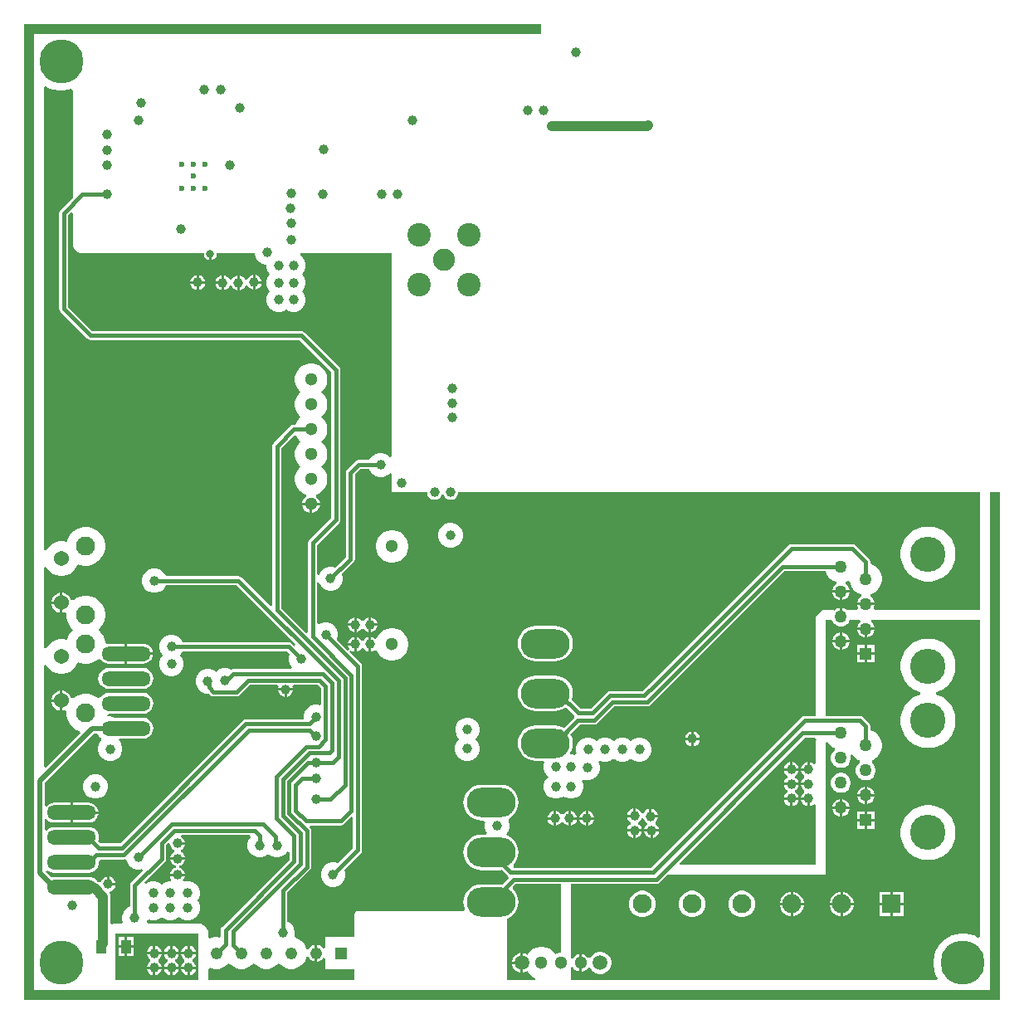
<source format=gbl>
G04*
G04 #@! TF.GenerationSoftware,Altium Limited,Altium Designer,24.5.2 (23)*
G04*
G04 Layer_Physical_Order=4*
G04 Layer_Color=16711680*
%FSLAX25Y25*%
%MOIN*%
G70*
G04*
G04 #@! TF.SameCoordinates,63800F2C-04A6-48C2-B29F-E79A9F1A880F*
G04*
G04*
G04 #@! TF.FilePolarity,Positive*
G04*
G01*
G75*
%ADD15C,0.01575*%
%ADD26R,0.03937X0.05591*%
%ADD106C,0.03937*%
%ADD107R,0.04992X0.04992*%
%ADD108C,0.04992*%
%ADD109C,0.14173*%
%ADD110C,0.02362*%
%ADD111C,0.07677*%
%ADD112C,0.06063*%
%ADD113C,0.03937*%
%ADD114C,0.09449*%
%ADD115C,0.08858*%
%ADD116C,0.05118*%
%ADD117R,0.07677X0.07677*%
%ADD118C,0.04803*%
%ADD119R,0.04803X0.04803*%
%ADD120C,0.05906*%
%ADD121C,0.17717*%
%ADD122C,0.03150*%
%ADD123O,0.19685X0.05906*%
%ADD124O,0.19685X0.11811*%
%ADD125C,0.01968*%
G36*
X20438Y316966D02*
Y304724D01*
X20574Y303697D01*
X20970Y302739D01*
X21601Y301917D01*
X22424Y301285D01*
X23382Y300889D01*
X24409Y300753D01*
X73083D01*
Y300210D01*
X73259Y299556D01*
X73597Y298969D01*
X74077Y298489D01*
X74664Y298150D01*
X75158Y298018D01*
Y300549D01*
X76158D01*
Y298018D01*
X76652Y298150D01*
X77239Y298489D01*
X77718Y298969D01*
X78057Y299556D01*
X78233Y300210D01*
Y300753D01*
X93520D01*
Y300379D01*
X93856Y299127D01*
X94503Y298005D01*
X95420Y297089D01*
X96542Y296441D01*
X97794Y296105D01*
X98228D01*
Y295218D01*
X98564Y293967D01*
X99212Y292844D01*
X99635Y292421D01*
X99212Y291998D01*
X98564Y290876D01*
X98228Y289624D01*
Y288329D01*
X98564Y287077D01*
X99212Y285955D01*
X99635Y285531D01*
X99212Y285108D01*
X98564Y283986D01*
X98228Y282734D01*
Y281439D01*
X98564Y280187D01*
X99212Y279065D01*
X100128Y278149D01*
X101250Y277501D01*
X102502Y277165D01*
X103797D01*
X105049Y277501D01*
X106102Y278109D01*
X107156Y277501D01*
X108407Y277165D01*
X109703D01*
X110955Y277501D01*
X112077Y278149D01*
X112993Y279065D01*
X113641Y280187D01*
X113976Y281439D01*
Y282734D01*
X113641Y283986D01*
X112993Y285108D01*
X112570Y285531D01*
X112993Y285955D01*
X113641Y287077D01*
X113976Y288329D01*
Y289624D01*
X113641Y290876D01*
X112993Y291998D01*
X112570Y292421D01*
X112993Y292844D01*
X113641Y293967D01*
X113976Y295218D01*
Y296514D01*
X113641Y297766D01*
X112993Y298888D01*
X112077Y299804D01*
X111796Y299966D01*
X112007Y300753D01*
X148587D01*
Y219329D01*
X147799Y219003D01*
X147116Y219686D01*
X145994Y220334D01*
X144742Y220669D01*
X143447D01*
X142195Y220334D01*
X141073Y219686D01*
X140156Y218770D01*
X139575Y217762D01*
X135231D01*
X135231Y217762D01*
X134534Y217623D01*
X133942Y217228D01*
X133942Y217228D01*
X130601Y213887D01*
X130206Y213296D01*
X130067Y212598D01*
X130067Y212598D01*
Y178708D01*
X125984Y174625D01*
X125915Y174665D01*
X124664Y175000D01*
X123368D01*
X122116Y174665D01*
X120994Y174017D01*
X120078Y173100D01*
X119430Y171978D01*
X119339Y171639D01*
X118552Y171743D01*
Y183658D01*
X127393Y192499D01*
X127393Y192499D01*
X127788Y193091D01*
X127927Y193788D01*
X127927Y193788D01*
Y253817D01*
X127927Y253817D01*
X127788Y254514D01*
X127393Y255105D01*
X127393Y255105D01*
X113493Y269005D01*
X112902Y269400D01*
X112205Y269539D01*
X112205Y269539D01*
X28314D01*
X18555Y279298D01*
Y316111D01*
X19711Y317268D01*
X20438Y316966D01*
D02*
G37*
G36*
X11214Y367007D02*
X12982Y366433D01*
X14818Y366142D01*
X16678D01*
X18514Y366433D01*
X19651Y366802D01*
X20438Y366230D01*
Y323150D01*
X15444Y318155D01*
X15049Y317564D01*
X14910Y316866D01*
X14910Y316866D01*
Y278543D01*
X14910Y278543D01*
X15049Y277846D01*
X15444Y277255D01*
X26270Y266428D01*
X26270Y266428D01*
X26862Y266033D01*
X27559Y265894D01*
X111450D01*
X124282Y253062D01*
Y194543D01*
X115441Y185702D01*
X115045Y185110D01*
X114907Y184413D01*
X114907Y184413D01*
Y148612D01*
X114179Y148311D01*
X104185Y158306D01*
Y222474D01*
X109293Y227581D01*
X110221Y227397D01*
X110385Y227002D01*
X111096Y225938D01*
X111955Y225079D01*
X111096Y224220D01*
X110385Y223156D01*
X109895Y221974D01*
X109646Y220719D01*
Y219439D01*
X109895Y218184D01*
X110385Y217002D01*
X111096Y215938D01*
X111955Y215079D01*
X111096Y214220D01*
X110385Y213156D01*
X109895Y211974D01*
X109646Y210719D01*
Y209439D01*
X109895Y208184D01*
X110385Y207002D01*
X111096Y205938D01*
X112001Y205033D01*
X113065Y204322D01*
X114074Y203904D01*
X114199Y203381D01*
X114163Y203046D01*
X113956Y202927D01*
X113294Y202264D01*
X112825Y201452D01*
X112591Y200579D01*
X116142D01*
X119692D01*
X119458Y201452D01*
X118990Y202264D01*
X118327Y202927D01*
X118120Y203046D01*
X118085Y203381D01*
X118209Y203904D01*
X119219Y204322D01*
X120283Y205033D01*
X121188Y205938D01*
X121898Y207002D01*
X122388Y208184D01*
X122638Y209439D01*
Y210719D01*
X122388Y211974D01*
X121898Y213156D01*
X121188Y214220D01*
X120328Y215079D01*
X121188Y215938D01*
X121898Y217002D01*
X122388Y218184D01*
X122638Y219439D01*
Y220719D01*
X122388Y221974D01*
X121898Y223156D01*
X121188Y224220D01*
X120328Y225079D01*
X121188Y225938D01*
X121898Y227002D01*
X122388Y228184D01*
X122638Y229439D01*
Y230719D01*
X122388Y231974D01*
X121898Y233156D01*
X121188Y234220D01*
X120328Y235079D01*
X121188Y235938D01*
X121898Y237002D01*
X122388Y238184D01*
X122638Y239439D01*
Y240719D01*
X122388Y241974D01*
X121898Y243156D01*
X121188Y244220D01*
X120328Y245079D01*
X121188Y245938D01*
X121898Y247002D01*
X122388Y248184D01*
X122638Y249439D01*
Y250719D01*
X122388Y251974D01*
X121898Y253156D01*
X121188Y254220D01*
X120283Y255125D01*
X119219Y255836D01*
X118037Y256325D01*
X116781Y256575D01*
X115502D01*
X114247Y256325D01*
X113065Y255836D01*
X112001Y255125D01*
X111096Y254220D01*
X110385Y253156D01*
X109895Y251974D01*
X109646Y250719D01*
Y249439D01*
X109895Y248184D01*
X110385Y247002D01*
X111096Y245938D01*
X111955Y245079D01*
X111096Y244220D01*
X110385Y243156D01*
X109895Y241974D01*
X109646Y240719D01*
Y239439D01*
X109895Y238184D01*
X110385Y237002D01*
X111096Y235938D01*
X111955Y235079D01*
X111096Y234220D01*
X110385Y233156D01*
X109895Y231974D01*
X109881Y231901D01*
X109213D01*
X108515Y231762D01*
X107924Y231367D01*
X107924Y231367D01*
X101074Y224517D01*
X100679Y223926D01*
X100540Y223228D01*
X100540Y223228D01*
Y159338D01*
X99812Y159037D01*
X88269Y170580D01*
X87678Y170975D01*
X86980Y171114D01*
X86980Y171114D01*
X57756D01*
X57736Y171191D01*
X57088Y172313D01*
X56171Y173229D01*
X55049Y173877D01*
X53798Y174213D01*
X52502D01*
X51250Y173877D01*
X50128Y173229D01*
X49212Y172313D01*
X48564Y171191D01*
X48228Y169939D01*
Y168643D01*
X48564Y167392D01*
X49212Y166270D01*
X50128Y165353D01*
X51250Y164705D01*
X52502Y164370D01*
X53798D01*
X55049Y164705D01*
X56171Y165353D01*
X57088Y166270D01*
X57736Y167392D01*
X57756Y167469D01*
X86226D01*
X109903Y143792D01*
X109667Y142914D01*
X109664Y142913D01*
X108572Y144005D01*
X107981Y144400D01*
X107283Y144539D01*
X107283Y144539D01*
X64646D01*
X64625Y144616D01*
X63977Y145738D01*
X63061Y146654D01*
X61939Y147302D01*
X60687Y147638D01*
X59391D01*
X58140Y147302D01*
X57018Y146654D01*
X56101Y145738D01*
X55453Y144616D01*
X55118Y143364D01*
Y142069D01*
X55453Y140817D01*
X56101Y139695D01*
X56524Y139272D01*
X56101Y138848D01*
X55453Y137726D01*
X55118Y136475D01*
Y135179D01*
X55453Y133927D01*
X56101Y132805D01*
X57018Y131889D01*
X58140Y131241D01*
X59391Y130905D01*
X60687D01*
X61939Y131241D01*
X63061Y131889D01*
X63977Y132805D01*
X64625Y133927D01*
X64961Y135179D01*
Y136475D01*
X64625Y137726D01*
X63977Y138848D01*
X63554Y139272D01*
X63977Y139695D01*
X64625Y140817D01*
X64646Y140894D01*
X106529D01*
X107659Y139764D01*
X107619Y139695D01*
X107283Y138443D01*
Y137147D01*
X107619Y135896D01*
X108267Y134774D01*
X108509Y134531D01*
X108183Y133744D01*
X84836D01*
X84836Y133744D01*
X84138Y133605D01*
X83937Y133470D01*
X83380Y133791D01*
X82129Y134127D01*
X80833D01*
X79581Y133791D01*
X78459Y133144D01*
X77938Y132622D01*
X77690Y132870D01*
X76568Y133517D01*
X75317Y133853D01*
X74021D01*
X72769Y133517D01*
X71647Y132870D01*
X70731Y131953D01*
X70083Y130831D01*
X69747Y129579D01*
Y128284D01*
X70083Y127032D01*
X70731Y125910D01*
X71647Y124994D01*
X72769Y124346D01*
X74021Y124010D01*
X75051D01*
X75673Y123388D01*
X75673Y123388D01*
X76264Y122993D01*
X76962Y122854D01*
X86312D01*
X86312Y122854D01*
X87009Y122993D01*
X87600Y123388D01*
X91737Y127524D01*
X102685D01*
X103139Y126737D01*
X103139Y126736D01*
X102966Y126091D01*
X108845D01*
X108672Y126736D01*
X108672Y126737D01*
X109126Y127524D01*
X118888D01*
X120146Y126266D01*
Y119931D01*
X119359Y119327D01*
X118758Y119488D01*
X117462D01*
X116211Y119153D01*
X115088Y118505D01*
X114172Y117589D01*
X113524Y116466D01*
X113189Y115215D01*
Y113919D01*
X113005Y113680D01*
X89994D01*
X89994Y113680D01*
X89296Y113541D01*
X88705Y113146D01*
X88705Y113146D01*
X39389Y63830D01*
X31600D01*
X30683Y64747D01*
X30800Y65029D01*
X30942Y66108D01*
X30800Y67187D01*
X30384Y68193D01*
X29721Y69056D01*
X28857Y69719D01*
X27852Y70135D01*
X26773Y70277D01*
X12993D01*
X11914Y70135D01*
X10908Y69719D01*
X10045Y69056D01*
X9898Y68865D01*
X9111Y69132D01*
Y73381D01*
X9898Y73648D01*
X10174Y73289D01*
X11000Y72655D01*
X11961Y72257D01*
X12993Y72121D01*
X19383D01*
Y76108D01*
Y80095D01*
X12993D01*
X11961Y79959D01*
X11000Y79561D01*
X10174Y78927D01*
X9898Y78567D01*
X9111Y78835D01*
Y87942D01*
X9687Y88518D01*
X29137Y107969D01*
X30172D01*
X30749Y106971D01*
X31665Y106054D01*
X31715Y106026D01*
X31844Y105042D01*
X31495Y104692D01*
X30847Y103570D01*
X30512Y102318D01*
Y101023D01*
X30847Y99771D01*
X31495Y98649D01*
X32411Y97733D01*
X33533Y97085D01*
X34785Y96749D01*
X36081D01*
X37333Y97085D01*
X38455Y97733D01*
X39371Y98649D01*
X40019Y99771D01*
X40354Y101023D01*
Y102318D01*
X40019Y103570D01*
X39371Y104692D01*
X39020Y105043D01*
X39346Y105831D01*
X48622D01*
X49701Y105973D01*
X50707Y106389D01*
X51570Y107052D01*
X52233Y107915D01*
X52649Y108921D01*
X52792Y110000D01*
X52649Y111079D01*
X52233Y112085D01*
X51570Y112948D01*
X50707Y113611D01*
X49701Y114027D01*
X48622Y114170D01*
X37294D01*
X36586Y114578D01*
X35335Y114914D01*
X34159D01*
X34131Y114940D01*
X34095Y115139D01*
X34768Y115840D01*
X34843Y115831D01*
X48622D01*
X49701Y115973D01*
X50707Y116389D01*
X51570Y117052D01*
X52233Y117915D01*
X52649Y118921D01*
X52792Y120000D01*
X52649Y121079D01*
X52233Y122085D01*
X51570Y122948D01*
X50707Y123611D01*
X49701Y124027D01*
X48622Y124170D01*
X34843D01*
X33763Y124027D01*
X32758Y123611D01*
X31894Y122948D01*
X31475Y122402D01*
X30734Y122198D01*
X30453Y122262D01*
X29329Y123013D01*
X27914Y123599D01*
X26412Y123898D01*
X24880D01*
X23378Y123599D01*
X21962Y123013D01*
X20689Y122162D01*
X20569Y122042D01*
X19691Y122277D01*
X19599Y122619D01*
X19069Y123538D01*
X18318Y124289D01*
X17399Y124820D01*
X16373Y125094D01*
X16342D01*
Y121063D01*
Y117032D01*
X16373D01*
X17136Y117236D01*
X17463Y117081D01*
X17719Y116874D01*
X17870Y116669D01*
Y115356D01*
X18169Y113854D01*
X18755Y112439D01*
X19606Y111165D01*
X20689Y110082D01*
X21962Y109231D01*
X23095Y108762D01*
X23364Y107918D01*
X9620Y94174D01*
X8892Y94475D01*
Y135292D01*
X9667Y135479D01*
X10430Y134337D01*
X11400Y133367D01*
X12542Y132604D01*
X13810Y132079D01*
X15156Y131811D01*
X16529D01*
X17875Y132079D01*
X19143Y132604D01*
X20285Y133367D01*
X21255Y134337D01*
X22018Y135479D01*
X22488Y136612D01*
X23378Y136244D01*
X24880Y135945D01*
X26412D01*
X27914Y136244D01*
X29329Y136830D01*
X30602Y137681D01*
X30698Y137777D01*
X31673Y137638D01*
X32023Y137181D01*
X32849Y136547D01*
X33811Y136149D01*
X34843Y136013D01*
X41232D01*
Y140000D01*
Y143987D01*
X34843D01*
X34209Y143903D01*
X33453Y144444D01*
X33411Y144538D01*
X33122Y145989D01*
X32536Y147404D01*
X31685Y148677D01*
X30756Y149606D01*
X31685Y150536D01*
X32536Y151809D01*
X33122Y153224D01*
X33421Y154726D01*
Y156258D01*
X33122Y157760D01*
X32536Y159175D01*
X31685Y160449D01*
X30602Y161532D01*
X29329Y162383D01*
X27914Y162969D01*
X26412Y163268D01*
X24880D01*
X23378Y162969D01*
X21962Y162383D01*
X20689Y161532D01*
X20569Y161412D01*
X19691Y161647D01*
X19599Y161989D01*
X19069Y162908D01*
X18318Y163659D01*
X17399Y164190D01*
X16373Y164465D01*
X16342D01*
Y160433D01*
Y156402D01*
X16373D01*
X17136Y156606D01*
X17463Y156451D01*
X17719Y156244D01*
X17870Y156039D01*
Y154726D01*
X18169Y153224D01*
X18755Y151809D01*
X19606Y150536D01*
X20535Y149606D01*
X19606Y148677D01*
X18755Y147404D01*
X18169Y145989D01*
X18091Y145596D01*
X17875Y145480D01*
X16529Y145748D01*
X15156D01*
X13810Y145480D01*
X12542Y144955D01*
X11400Y144192D01*
X10430Y143222D01*
X9667Y142080D01*
X8892Y142267D01*
Y174662D01*
X9667Y174849D01*
X10430Y173707D01*
X11400Y172737D01*
X12542Y171974D01*
X13810Y171449D01*
X15156Y171181D01*
X16529D01*
X17875Y171449D01*
X19143Y171974D01*
X20285Y172737D01*
X21255Y173707D01*
X22018Y174849D01*
X22488Y175982D01*
X23378Y175614D01*
X24880Y175315D01*
X26412D01*
X27914Y175614D01*
X29329Y176200D01*
X30602Y177051D01*
X31685Y178134D01*
X32536Y179407D01*
X33122Y180823D01*
X33421Y182325D01*
Y183856D01*
X33122Y185359D01*
X32536Y186774D01*
X31685Y188047D01*
X30602Y189130D01*
X29329Y189981D01*
X27914Y190567D01*
X26412Y190866D01*
X24880D01*
X23378Y190567D01*
X21962Y189981D01*
X20689Y189130D01*
X19606Y188047D01*
X18755Y186774D01*
X18169Y185359D01*
X18091Y184966D01*
X17875Y184850D01*
X16529Y185118D01*
X15156D01*
X13810Y184850D01*
X12542Y184325D01*
X11400Y183562D01*
X10430Y182592D01*
X9667Y181450D01*
X8892Y181637D01*
Y367510D01*
X9680Y367789D01*
X11214Y367007D01*
D02*
G37*
G36*
X139509Y213848D02*
X140156Y212726D01*
X141073Y211810D01*
X142195Y211162D01*
X143447Y210827D01*
X144742D01*
X145994Y211162D01*
X147116Y211810D01*
X147799Y212493D01*
X148587Y212167D01*
Y205709D01*
X148664Y205318D01*
X148885Y204988D01*
X149216Y204767D01*
X149606Y204689D01*
X162779D01*
Y204334D01*
X162982Y203579D01*
X163373Y202902D01*
X163925Y202349D01*
X164602Y201958D01*
X165357Y201756D01*
X166139D01*
X166894Y201958D01*
X167571Y202349D01*
X168123Y202902D01*
X168514Y203579D01*
X168588Y203856D01*
X169404D01*
X169478Y203579D01*
X169869Y202902D01*
X170421Y202349D01*
X171098Y201958D01*
X171853Y201756D01*
X172635D01*
X173390Y201958D01*
X174067Y202349D01*
X174619Y202902D01*
X175010Y203579D01*
X175213Y204334D01*
Y204689D01*
X384809D01*
Y157514D01*
X342479D01*
X342024Y158302D01*
X342214Y158631D01*
X342442Y159480D01*
X338957D01*
X335471D01*
X335699Y158631D01*
X335889Y158302D01*
X335434Y157514D01*
X332709D01*
X332284Y157458D01*
X331681Y157379D01*
X331681Y157379D01*
X331681Y157379D01*
X331555Y157327D01*
X331103Y157778D01*
X330306Y158238D01*
X329457Y158466D01*
Y155773D01*
X329270Y155529D01*
X329270Y155529D01*
X329270Y155529D01*
X329187Y155329D01*
X328985Y154980D01*
X328928D01*
X328727Y155329D01*
X328644Y155529D01*
X328644Y155529D01*
X328644Y155529D01*
X328457Y155773D01*
Y158466D01*
X327607Y158238D01*
X326810Y157778D01*
X326359Y157327D01*
X326233Y157379D01*
X326232Y157379D01*
X326232Y157379D01*
X325629Y157458D01*
X325205Y157514D01*
X322835D01*
X321807Y157379D01*
X320849Y156982D01*
X320027Y156351D01*
X319396Y155529D01*
X318999Y154571D01*
X318864Y153543D01*
Y115011D01*
X314394D01*
X314394Y115011D01*
X313696Y114873D01*
X313105Y114478D01*
X313105Y114478D01*
X252615Y53988D01*
X197672D01*
X197477Y54212D01*
X197359Y55088D01*
X198245Y56167D01*
X198903Y57399D01*
X199308Y58734D01*
X199445Y60124D01*
X199308Y61513D01*
X198903Y62849D01*
X198245Y64080D01*
X197359Y65159D01*
X196280Y66044D01*
X195049Y66703D01*
X194841Y66766D01*
X194649Y67529D01*
X194858Y67739D01*
X195506Y68861D01*
X195842Y70113D01*
Y71408D01*
X195506Y72660D01*
X195397Y72848D01*
X195703Y73894D01*
X196280Y74203D01*
X197359Y75088D01*
X198245Y76167D01*
X198903Y77399D01*
X199308Y78734D01*
X199445Y80124D01*
X199308Y81513D01*
X198903Y82849D01*
X198245Y84080D01*
X197359Y85159D01*
X196280Y86044D01*
X195049Y86703D01*
X193713Y87108D01*
X192324Y87244D01*
X184450D01*
X183061Y87108D01*
X181725Y86703D01*
X180494Y86044D01*
X179414Y85159D01*
X178529Y84080D01*
X177871Y82849D01*
X177466Y81513D01*
X177329Y80124D01*
X177466Y78734D01*
X177871Y77399D01*
X178529Y76167D01*
X179414Y75088D01*
X180494Y74203D01*
X181725Y73545D01*
X183061Y73140D01*
X184450Y73003D01*
X185680D01*
X186215Y72215D01*
X185999Y71408D01*
Y70113D01*
X186334Y68861D01*
X186813Y68032D01*
X186431Y67244D01*
X184450D01*
X183061Y67108D01*
X181725Y66703D01*
X180494Y66044D01*
X179414Y65159D01*
X178529Y64080D01*
X177871Y62849D01*
X177466Y61513D01*
X177329Y60124D01*
X177466Y58734D01*
X177871Y57399D01*
X178529Y56167D01*
X179414Y55088D01*
X180494Y54203D01*
X181725Y53545D01*
X183061Y53140D01*
X184450Y53003D01*
X192324D01*
X192876Y53057D01*
X195056Y50877D01*
X195056Y50877D01*
X195292Y50719D01*
X195463Y49777D01*
X192876Y47190D01*
X192324Y47245D01*
X184450D01*
X183061Y47108D01*
X181725Y46703D01*
X180494Y46044D01*
X179414Y45159D01*
X178529Y44080D01*
X177871Y42849D01*
X177466Y41513D01*
X177329Y40124D01*
X177466Y38734D01*
X177871Y37399D01*
X178015Y37128D01*
X177611Y36453D01*
X134646D01*
X134256Y36375D01*
X133925Y36154D01*
X133704Y35823D01*
X133626Y35433D01*
Y26024D01*
X121772D01*
Y21721D01*
X120984Y21510D01*
X120832Y21774D01*
X120199Y22407D01*
X119423Y22855D01*
X118610Y23073D01*
Y19685D01*
Y16297D01*
X119423Y16515D01*
X120199Y16963D01*
X120832Y17596D01*
X120984Y17860D01*
X121772Y17649D01*
Y13347D01*
X133626D01*
Y8892D01*
X74837D01*
Y13328D01*
X75625Y13854D01*
X76261Y13590D01*
X77486Y13347D01*
X78734D01*
X79959Y13590D01*
X81113Y14068D01*
X82151Y14762D01*
X82571Y15181D01*
X83110Y15587D01*
X83650Y15181D01*
X84070Y14762D01*
X85108Y14068D01*
X86261Y13590D01*
X87486Y13347D01*
X88735D01*
X89959Y13590D01*
X91113Y14068D01*
X92151Y14762D01*
X92571Y15181D01*
X93110Y15587D01*
X93650Y15181D01*
X94070Y14762D01*
X95108Y14068D01*
X96261Y13590D01*
X97486Y13347D01*
X98734D01*
X99959Y13590D01*
X101113Y14068D01*
X102151Y14762D01*
X102571Y15181D01*
X103110Y15587D01*
X103650Y15181D01*
X104070Y14762D01*
X105108Y14068D01*
X106261Y13590D01*
X107486Y13347D01*
X108735D01*
X109959Y13590D01*
X111113Y14068D01*
X112151Y14762D01*
X113034Y15644D01*
X113727Y16683D01*
X114205Y17836D01*
X114249Y18054D01*
X115070Y18148D01*
X115388Y17596D01*
X116022Y16963D01*
X116797Y16515D01*
X117610Y16297D01*
Y19685D01*
Y23073D01*
X116797Y22855D01*
X116022Y22407D01*
X115388Y21774D01*
X115070Y21222D01*
X114249Y21316D01*
X114205Y21534D01*
X113727Y22688D01*
X113034Y23726D01*
X112151Y24609D01*
X111113Y25302D01*
X109959Y25780D01*
X109926Y25787D01*
X109511Y26455D01*
X109687Y27114D01*
Y28410D01*
X109352Y29662D01*
X108704Y30784D01*
X107788Y31700D01*
X106665Y32348D01*
X106588Y32368D01*
Y43972D01*
X115651Y53035D01*
X115651Y53035D01*
X116046Y53626D01*
X116185Y54323D01*
X116185Y54323D01*
Y68867D01*
X116185Y68867D01*
X116046Y69564D01*
X115651Y70156D01*
X115651Y70156D01*
X115522Y70285D01*
X115824Y71012D01*
X128130D01*
X128130Y71012D01*
X128828Y71151D01*
X129419Y71546D01*
X132293Y74420D01*
X133020Y74118D01*
Y61778D01*
X126969Y55727D01*
X126900Y55767D01*
X125648Y56102D01*
X124352D01*
X123100Y55767D01*
X121978Y55119D01*
X121062Y54203D01*
X120414Y53081D01*
X120079Y51829D01*
Y50533D01*
X120414Y49282D01*
X121062Y48159D01*
X121978Y47243D01*
X123100Y46595D01*
X124352Y46260D01*
X125648D01*
X126900Y46595D01*
X128022Y47243D01*
X128938Y48159D01*
X129586Y49282D01*
X129921Y50533D01*
Y51829D01*
X129586Y53081D01*
X129546Y53150D01*
X136131Y59735D01*
X136131Y59735D01*
X136526Y60326D01*
X136665Y61024D01*
X136665Y61024D01*
Y134843D01*
X136665Y134843D01*
X136526Y135540D01*
X136131Y136131D01*
X136131Y136131D01*
X131504Y140758D01*
X132017Y141305D01*
X132017Y141305D01*
X132027Y141316D01*
X132667Y140961D01*
X132712Y140935D01*
X133358Y140762D01*
Y143201D01*
X130919D01*
X131092Y142555D01*
X131118Y142510D01*
X131474Y141869D01*
X131462Y141859D01*
D01*
X131414Y141814D01*
X130915Y141347D01*
X126593Y145669D01*
X126633Y145738D01*
X126969Y146990D01*
Y148286D01*
X126633Y149537D01*
X125985Y150660D01*
X125069Y151576D01*
X123947Y152224D01*
X122695Y152559D01*
X121399D01*
X120148Y152224D01*
X119339Y151757D01*
X118552Y152153D01*
Y168415D01*
X119339Y168518D01*
X119430Y168179D01*
X120078Y167057D01*
X120994Y166141D01*
X122116Y165493D01*
X123368Y165157D01*
X124664D01*
X125915Y165493D01*
X127038Y166141D01*
X127954Y167057D01*
X128602Y168179D01*
X128937Y169431D01*
Y170727D01*
X128602Y171978D01*
X128562Y172047D01*
X133178Y176664D01*
X133178Y176664D01*
X133573Y177255D01*
X133712Y177953D01*
X133712Y177953D01*
Y211843D01*
X135986Y214117D01*
X139437D01*
X139509Y213848D01*
D02*
G37*
G36*
X384809Y26191D02*
X384021Y25912D01*
X382487Y26694D01*
X380718Y27268D01*
X378882Y27559D01*
X377023D01*
X375187Y27268D01*
X373419Y26694D01*
X371762Y25850D01*
X370258Y24757D01*
X368944Y23442D01*
X367851Y21938D01*
X367007Y20282D01*
X366433Y18514D01*
X366142Y16678D01*
Y14818D01*
X366433Y12982D01*
X367007Y11214D01*
X367789Y9680D01*
X367510Y8892D01*
X220472D01*
Y13874D01*
X221260Y14085D01*
X221562Y13563D01*
X222224Y12900D01*
X223036Y12432D01*
X223909Y12197D01*
Y15748D01*
Y19299D01*
X223036Y19064D01*
X222224Y18596D01*
X221562Y17933D01*
X221260Y17411D01*
X220472Y17622D01*
Y47390D01*
X254808D01*
X254809Y47390D01*
X255506Y47529D01*
X256097Y47924D01*
X259354Y51181D01*
X322835D01*
Y104217D01*
X323622Y104456D01*
X323960Y103950D01*
X324856Y103054D01*
X325909Y102350D01*
X326449Y102127D01*
X326506Y101251D01*
X326503Y101249D01*
X325759Y100505D01*
X325233Y99594D01*
X324961Y98577D01*
Y97525D01*
X325233Y96509D01*
X325759Y95597D01*
X326503Y94854D01*
X327414Y94327D01*
X328431Y94055D01*
X329483D01*
X330499Y94327D01*
X331410Y94854D01*
X332154Y95597D01*
X332680Y96509D01*
X332953Y97525D01*
Y98577D01*
X332746Y99350D01*
X333473Y99679D01*
X333960Y98950D01*
X334856Y98054D01*
X335910Y97350D01*
X336449Y97127D01*
X336506Y96251D01*
X336503Y96249D01*
X335759Y95505D01*
X335233Y94594D01*
X334961Y93577D01*
Y92525D01*
X335233Y91509D01*
X335759Y90597D01*
X336503Y89854D01*
X337414Y89327D01*
X338431Y89055D01*
X339483D01*
X340499Y89327D01*
X341410Y89854D01*
X342154Y90597D01*
X342680Y91509D01*
X342953Y92525D01*
Y93577D01*
X342680Y94594D01*
X342154Y95505D01*
X341410Y96249D01*
X341407Y96251D01*
X341464Y97127D01*
X342004Y97350D01*
X343057Y98054D01*
X343954Y98950D01*
X344658Y100004D01*
X345143Y101175D01*
X345390Y102418D01*
Y103685D01*
X345143Y104928D01*
X344658Y106098D01*
X343954Y107152D01*
X343057Y108048D01*
X342004Y108752D01*
X340833Y109237D01*
X340779Y109248D01*
Y110846D01*
X340779Y110846D01*
X340640Y111544D01*
X340245Y112135D01*
X337903Y114478D01*
X337312Y114873D01*
X336614Y115011D01*
X336614Y115011D01*
X322835D01*
Y153543D01*
X325205D01*
X325233Y153438D01*
X325759Y152527D01*
X326503Y151783D01*
X327414Y151257D01*
X328431Y150984D01*
X329483D01*
X330499Y151257D01*
X331410Y151783D01*
X332154Y152527D01*
X332680Y153438D01*
X332709Y153543D01*
X336561D01*
X336784Y152858D01*
X336788Y152756D01*
X336159Y152127D01*
X335699Y151330D01*
X335471Y150480D01*
X338957D01*
X342442D01*
X342214Y151330D01*
X341754Y152127D01*
X341125Y152756D01*
X341129Y152858D01*
X341352Y153543D01*
X384809D01*
Y26191D01*
D02*
G37*
G36*
X318830Y105972D02*
X319080Y105441D01*
X318999Y105245D01*
X318990Y105180D01*
X318967Y105119D01*
X318923Y104667D01*
X318864Y104217D01*
Y95897D01*
X318076Y95571D01*
X317768Y95879D01*
X317091Y96270D01*
X316445Y96443D01*
Y93504D01*
X315945D01*
Y93004D01*
X313006D01*
X313179Y92358D01*
X313569Y91681D01*
X314122Y91128D01*
X314335Y91006D01*
Y90097D01*
X314122Y89974D01*
X313569Y89421D01*
X313179Y88744D01*
X313006Y88098D01*
X315945D01*
Y87098D01*
X313006D01*
X313179Y86453D01*
X313569Y85776D01*
X314122Y85223D01*
X314335Y85100D01*
Y84191D01*
X314122Y84068D01*
X313569Y83516D01*
X313179Y82839D01*
X313006Y82193D01*
X315945D01*
Y81693D01*
X316445D01*
Y78754D01*
X317091Y78927D01*
X317768Y79317D01*
X318076Y79626D01*
X318864Y79300D01*
Y55152D01*
X264354D01*
X264053Y55879D01*
X314402Y106229D01*
X318544D01*
X318830Y105972D01*
D02*
G37*
G36*
X91943Y66288D02*
X91669Y66014D01*
X91021Y64892D01*
X90686Y63640D01*
Y62344D01*
X91021Y61093D01*
X91669Y59970D01*
X92585Y59054D01*
X93707Y58406D01*
X94959Y58071D01*
X96255D01*
X97506Y58406D01*
X98629Y59054D01*
X98985Y59410D01*
X99340Y59054D01*
X100463Y58406D01*
X101714Y58071D01*
X103010D01*
X104262Y58406D01*
X105384Y59054D01*
X106300Y59970D01*
X106603Y60495D01*
X107391Y60284D01*
Y57269D01*
X80404Y30283D01*
X80009Y29691D01*
X79870Y28994D01*
X79870Y28994D01*
Y26418D01*
X79262Y25919D01*
X78734Y26024D01*
X77486D01*
X76261Y25780D01*
X75625Y25516D01*
X74837Y26042D01*
Y27559D01*
X74702Y28587D01*
X74305Y29544D01*
X73674Y30367D01*
X72852Y30998D01*
X71894Y31395D01*
X70866Y31530D01*
X50677D01*
X50185Y32208D01*
X50323Y32759D01*
X51065Y33154D01*
X52108Y32874D01*
X53404D01*
X54655Y33209D01*
X55778Y33857D01*
X56201Y34280D01*
X56624Y33857D01*
X57746Y33209D01*
X58998Y32874D01*
X60294D01*
X61545Y33209D01*
X62667Y33857D01*
X63090Y34280D01*
X63514Y33857D01*
X64636Y33209D01*
X65887Y32874D01*
X67183D01*
X68435Y33209D01*
X69557Y33857D01*
X70473Y34774D01*
X71121Y35896D01*
X71457Y37147D01*
Y38443D01*
X71121Y39695D01*
X70513Y40748D01*
X71121Y41801D01*
X71457Y43053D01*
Y44349D01*
X71121Y45600D01*
X70473Y46722D01*
X69557Y47639D01*
X68435Y48287D01*
X67183Y48622D01*
X65887D01*
X65059Y48400D01*
X64652Y49106D01*
X64796Y49250D01*
X65186Y49927D01*
X65359Y50573D01*
X59481D01*
X59654Y49927D01*
X59953Y49409D01*
X59764Y48887D01*
X59559Y48622D01*
X58998D01*
X57746Y48287D01*
X56624Y47639D01*
X56201Y47216D01*
X55778Y47639D01*
X54655Y48287D01*
X53404Y48622D01*
X52108D01*
X50856Y48287D01*
X49734Y47639D01*
X49213Y48210D01*
X57391Y56388D01*
X57391Y56388D01*
X57786Y56980D01*
X57925Y57677D01*
Y63124D01*
X58723Y63921D01*
X59510Y63595D01*
Y63326D01*
X59712Y62571D01*
X60103Y61894D01*
X60656Y61341D01*
X61052Y61112D01*
X61087Y60288D01*
X61068Y60236D01*
X60714Y60032D01*
X60161Y59479D01*
X59771Y58803D01*
X59597Y58157D01*
X65476D01*
X65303Y58803D01*
X64912Y59479D01*
X64359Y60032D01*
X63963Y60261D01*
X63928Y61085D01*
X63947Y61137D01*
X64301Y61341D01*
X64854Y61894D01*
X65245Y62571D01*
X65418Y63216D01*
X62479D01*
Y64216D01*
X65418D01*
X65245Y64862D01*
X64854Y65539D01*
X64301Y66092D01*
X63961Y66288D01*
X64173Y67075D01*
X91617D01*
X91943Y66288D01*
D02*
G37*
G36*
X42140Y56832D02*
X42265Y56368D01*
X42912Y55246D01*
X43829Y54330D01*
X44951Y53682D01*
X46202Y53347D01*
X47498D01*
X48294Y53560D01*
X48702Y52854D01*
X43987Y48139D01*
X43592Y47548D01*
X43453Y46850D01*
X43453Y46850D01*
Y38465D01*
X43376Y38444D01*
X42254Y37796D01*
X41338Y36880D01*
X40690Y35758D01*
X40354Y34506D01*
Y33210D01*
X40594Y32318D01*
X40102Y31530D01*
X37402D01*
X36374Y31395D01*
X36129Y31293D01*
X35474Y31731D01*
Y42341D01*
X35372Y43116D01*
X35126Y43710D01*
X35275Y44196D01*
X35493Y44584D01*
X35777Y44660D01*
X36454Y45051D01*
X37006Y45603D01*
X37397Y46280D01*
X37570Y46926D01*
X34631D01*
Y47426D01*
X34131D01*
Y50365D01*
X33485Y50192D01*
X32808Y49801D01*
X32255Y49249D01*
X31865Y48572D01*
X31808Y48361D01*
X31703Y48271D01*
X30915Y48072D01*
X30587Y48324D01*
X30141Y48509D01*
X29721Y49056D01*
X28857Y49719D01*
X27852Y50135D01*
X26773Y50277D01*
X12993D01*
X11914Y50135D01*
X11852Y50110D01*
X9558Y52404D01*
X9585Y52520D01*
X10467Y52835D01*
X10908Y52497D01*
X11914Y52080D01*
X12993Y51938D01*
X26773D01*
X27852Y52080D01*
X28857Y52497D01*
X29721Y53160D01*
X30384Y54023D01*
X30800Y55029D01*
X30942Y56108D01*
X30898Y56445D01*
X31588Y57233D01*
X40833D01*
X40833Y57233D01*
X41530Y57371D01*
X42140Y56832D01*
D02*
G37*
G36*
X216501Y19807D02*
X216001D01*
X214969Y19531D01*
X214231Y19105D01*
X213707Y19889D01*
X212802Y20794D01*
X211738Y21505D01*
X210556Y21994D01*
X209301Y22244D01*
X208022D01*
X206767Y21994D01*
X205584Y21505D01*
X204520Y20794D01*
X203616Y19889D01*
X203032Y19016D01*
X202313Y19431D01*
X201308Y19701D01*
X201287D01*
Y15748D01*
Y11795D01*
X201308D01*
X202313Y12065D01*
X203032Y12480D01*
X203616Y11607D01*
X204520Y10702D01*
X205584Y9991D01*
X206337Y9680D01*
X206180Y8892D01*
X194720D01*
Y33445D01*
X195049Y33545D01*
X196280Y34203D01*
X197359Y35088D01*
X198245Y36167D01*
X198903Y37399D01*
X199308Y38734D01*
X199445Y40124D01*
X199308Y41513D01*
X198903Y42849D01*
X198245Y44080D01*
X197359Y45159D01*
X197065Y45400D01*
X197027Y46186D01*
X198231Y47390D01*
X216501D01*
Y19807D01*
D02*
G37*
G36*
X70866Y8892D02*
X37402D01*
Y27559D01*
X70866D01*
Y8892D01*
D02*
G37*
G36*
X208661Y388779D02*
X4921D01*
Y4921D01*
X388779D01*
Y204724D01*
X392717D01*
Y984D01*
X984D01*
Y4921D01*
Y388779D01*
Y392717D01*
X208661D01*
Y388779D01*
D02*
G37*
%LPC*%
G36*
X92770Y292089D02*
X92125Y291915D01*
X91448Y291525D01*
X90895Y290972D01*
X90504Y290295D01*
X90495Y290261D01*
X90168Y290165D01*
X89661Y290190D01*
X89355Y290719D01*
X88803Y291272D01*
X88126Y291663D01*
X87480Y291835D01*
Y288896D01*
Y285957D01*
X88126Y286130D01*
X88803Y286521D01*
X89355Y287074D01*
X89746Y287751D01*
X89755Y287785D01*
X90082Y287880D01*
X90590Y287856D01*
X90895Y287327D01*
X91448Y286774D01*
X92125Y286383D01*
X92770Y286210D01*
Y289149D01*
Y292089D01*
D02*
G37*
G36*
X93770D02*
Y289649D01*
X96210D01*
X96037Y290295D01*
X95646Y290972D01*
X95093Y291525D01*
X94416Y291915D01*
X93770Y292089D01*
D02*
G37*
G36*
X71119Y291988D02*
Y289549D01*
X73558D01*
X73385Y290195D01*
X72995Y290871D01*
X72442Y291424D01*
X71765Y291815D01*
X71119Y291988D01*
D02*
G37*
G36*
X70119D02*
X69473Y291815D01*
X68796Y291424D01*
X68244Y290871D01*
X67853Y290195D01*
X67680Y289549D01*
X70119D01*
Y291988D01*
D02*
G37*
G36*
X80169Y291916D02*
X79523Y291743D01*
X78847Y291352D01*
X78294Y290799D01*
X77903Y290122D01*
X77730Y289476D01*
X80169D01*
Y291916D01*
D02*
G37*
G36*
X96210Y288649D02*
X93770D01*
Y286210D01*
X94416Y286383D01*
X95093Y286774D01*
X95646Y287327D01*
X96037Y288003D01*
X96210Y288649D01*
D02*
G37*
G36*
X73558Y288549D02*
X71119D01*
Y286109D01*
X71765Y286282D01*
X72442Y286673D01*
X72995Y287226D01*
X73385Y287903D01*
X73558Y288549D01*
D02*
G37*
G36*
X70119D02*
X67680D01*
X67853Y287903D01*
X68244Y287226D01*
X68796Y286673D01*
X69473Y286282D01*
X70119Y286109D01*
Y288549D01*
D02*
G37*
G36*
X80169Y288476D02*
X77730D01*
X77903Y287831D01*
X78294Y287154D01*
X78847Y286601D01*
X79523Y286210D01*
X80169Y286037D01*
Y288476D01*
D02*
G37*
G36*
X81169Y291916D02*
Y288976D01*
Y286037D01*
X81815Y286210D01*
X82492Y286601D01*
X83045Y287154D01*
X83396Y287762D01*
X83671Y287806D01*
X84099Y287762D01*
X84224Y287732D01*
X84605Y287074D01*
X85157Y286521D01*
X85834Y286130D01*
X86480Y285957D01*
Y288896D01*
Y291835D01*
X85834Y291663D01*
X85157Y291272D01*
X84605Y290719D01*
X84254Y290111D01*
X83978Y290066D01*
X83550Y290110D01*
X83425Y290140D01*
X83045Y290799D01*
X82492Y291352D01*
X81815Y291743D01*
X81169Y291916D01*
D02*
G37*
G36*
X115642Y199579D02*
X112591D01*
X112825Y198705D01*
X113294Y197893D01*
X113956Y197231D01*
X114768Y196762D01*
X115642Y196528D01*
Y199579D01*
D02*
G37*
G36*
X119692D02*
X116642D01*
Y196528D01*
X117516Y196762D01*
X118327Y197231D01*
X118990Y197893D01*
X119458Y198705D01*
X119692Y199579D01*
D02*
G37*
G36*
X15342Y164465D02*
X15312D01*
X14286Y164190D01*
X13367Y163659D01*
X12617Y162908D01*
X12086Y161989D01*
X11811Y160964D01*
Y160933D01*
X15342D01*
Y164465D01*
D02*
G37*
G36*
Y159933D02*
X11811D01*
Y159902D01*
X12086Y158877D01*
X12617Y157958D01*
X13367Y157207D01*
X14286Y156676D01*
X15312Y156402D01*
X15342D01*
Y159933D01*
D02*
G37*
G36*
X48622Y143987D02*
X42232D01*
Y140500D01*
X52543D01*
X52473Y141032D01*
X52075Y141993D01*
X51441Y142819D01*
X50616Y143453D01*
X49654Y143851D01*
X48622Y143987D01*
D02*
G37*
G36*
X52543Y139500D02*
X42232D01*
Y136013D01*
X48622D01*
X49654Y136149D01*
X50616Y136547D01*
X51441Y137181D01*
X52075Y138007D01*
X52473Y138968D01*
X52543Y139500D01*
D02*
G37*
G36*
X48622Y134169D02*
X34843D01*
X33763Y134027D01*
X32758Y133611D01*
X31894Y132948D01*
X31232Y132085D01*
X30815Y131079D01*
X30673Y130000D01*
X30815Y128921D01*
X31232Y127915D01*
X31894Y127052D01*
X32758Y126389D01*
X33763Y125973D01*
X34843Y125830D01*
X48622D01*
X49701Y125973D01*
X50707Y126389D01*
X51570Y127052D01*
X52233Y127915D01*
X52649Y128921D01*
X52792Y130000D01*
X52649Y131079D01*
X52233Y132085D01*
X51570Y132948D01*
X50707Y133611D01*
X49701Y134027D01*
X48622Y134169D01*
D02*
G37*
G36*
X108845Y125091D02*
X106405D01*
Y122651D01*
X107051Y122824D01*
X107728Y123215D01*
X108281Y123768D01*
X108672Y124445D01*
X108845Y125091D01*
D02*
G37*
G36*
X105405D02*
X102966D01*
X103139Y124445D01*
X103530Y123768D01*
X104083Y123215D01*
X104760Y122824D01*
X105405Y122651D01*
Y125091D01*
D02*
G37*
G36*
X15342Y125094D02*
X15312D01*
X14286Y124820D01*
X13367Y124289D01*
X12617Y123538D01*
X12086Y122619D01*
X11811Y121594D01*
Y121563D01*
X15342D01*
Y125094D01*
D02*
G37*
G36*
Y120563D02*
X11811D01*
Y120532D01*
X12086Y119507D01*
X12617Y118588D01*
X13367Y117837D01*
X14286Y117306D01*
X15312Y117032D01*
X15342D01*
Y120563D01*
D02*
G37*
G36*
X30176Y91535D02*
X28880D01*
X27628Y91200D01*
X26506Y90552D01*
X25590Y89636D01*
X24942Y88514D01*
X24606Y87262D01*
Y85966D01*
X24942Y84715D01*
X25590Y83592D01*
X26506Y82676D01*
X27628Y82028D01*
X28880Y81693D01*
X30176D01*
X31427Y82028D01*
X32549Y82676D01*
X33466Y83592D01*
X34113Y84715D01*
X34449Y85966D01*
Y87262D01*
X34113Y88514D01*
X33466Y89636D01*
X32549Y90552D01*
X31427Y91200D01*
X30176Y91535D01*
D02*
G37*
G36*
X26773Y80095D02*
X20383D01*
Y76608D01*
X30694D01*
X30624Y77140D01*
X30225Y78101D01*
X29592Y78927D01*
X28766Y79561D01*
X27804Y79959D01*
X26773Y80095D01*
D02*
G37*
G36*
X30694Y75608D02*
X20383D01*
Y72121D01*
X26773D01*
X27804Y72257D01*
X28766Y72655D01*
X29592Y73289D01*
X30225Y74114D01*
X30624Y75076D01*
X30694Y75608D01*
D02*
G37*
G36*
X333661Y183909D02*
X333661Y183909D01*
X309055D01*
X309055Y183909D01*
X308358Y183770D01*
X307767Y183375D01*
X307766Y183375D01*
X253255Y128863D01*
X253255Y128863D01*
X249245Y124854D01*
X236221D01*
X236221Y124854D01*
X235523Y124715D01*
X234932Y124320D01*
X234932Y124320D01*
X228576Y117964D01*
X224180D01*
X220776Y121369D01*
X221157Y122626D01*
X221294Y124016D01*
X221157Y125405D01*
X220752Y126741D01*
X220094Y127972D01*
X219209Y129051D01*
X218129Y129937D01*
X216898Y130595D01*
X215562Y131000D01*
X214173Y131137D01*
X206299D01*
X204910Y131000D01*
X203574Y130595D01*
X202343Y129937D01*
X201264Y129051D01*
X200378Y127972D01*
X199720Y126741D01*
X199315Y125405D01*
X199178Y124016D01*
X199315Y122626D01*
X199720Y121291D01*
X200378Y120060D01*
X201264Y118981D01*
X202343Y118095D01*
X203574Y117437D01*
X204910Y117032D01*
X206299Y116895D01*
X214173D01*
X215562Y117032D01*
X216898Y117437D01*
X218129Y118095D01*
X218550Y118440D01*
X221762Y115227D01*
X221819Y115083D01*
X221791Y114244D01*
X221747Y114166D01*
X217730Y110150D01*
X216898Y110595D01*
X215562Y111000D01*
X214173Y111137D01*
X206299D01*
X204910Y111000D01*
X203574Y110595D01*
X202343Y109937D01*
X201264Y109051D01*
X200378Y107972D01*
X199720Y106741D01*
X199315Y105405D01*
X199178Y104016D01*
X199315Y102627D01*
X199720Y101291D01*
X200378Y100060D01*
X201264Y98980D01*
X202343Y98095D01*
X203574Y97437D01*
X204910Y97032D01*
X206299Y96895D01*
X209453D01*
X209906Y96107D01*
X209646Y95136D01*
Y93840D01*
X209981Y92589D01*
X210629Y91466D01*
X211544Y90551D01*
X210629Y89636D01*
X209981Y88514D01*
X209646Y87262D01*
Y85966D01*
X209981Y84715D01*
X210629Y83592D01*
X211545Y82676D01*
X212667Y82028D01*
X213919Y81693D01*
X215215D01*
X216466Y82028D01*
X217520Y82636D01*
X218573Y82028D01*
X219825Y81693D01*
X221120D01*
X222372Y82028D01*
X223494Y82676D01*
X224410Y83592D01*
X225058Y84715D01*
X225394Y85966D01*
Y87262D01*
X225058Y88514D01*
X224894Y88798D01*
X224985Y88982D01*
X225437Y89433D01*
X226486Y89152D01*
X227782D01*
X229033Y89487D01*
X230155Y90135D01*
X231072Y91051D01*
X231720Y92173D01*
X232055Y93425D01*
Y94721D01*
X231720Y95973D01*
X231481Y96386D01*
X232057Y96962D01*
X232352Y96792D01*
X233604Y96457D01*
X234900D01*
X236152Y96792D01*
X237274Y97440D01*
X237697Y97863D01*
X238120Y97440D01*
X239242Y96792D01*
X240494Y96457D01*
X241790D01*
X243041Y96792D01*
X244163Y97440D01*
X244587Y97863D01*
X245010Y97440D01*
X246132Y96792D01*
X247384Y96457D01*
X248679D01*
X249931Y96792D01*
X251053Y97440D01*
X251970Y98356D01*
X252617Y99478D01*
X252953Y100730D01*
Y102026D01*
X252617Y103278D01*
X251970Y104400D01*
X251053Y105316D01*
X249931Y105964D01*
X248679Y106299D01*
X247384D01*
X246132Y105964D01*
X245010Y105316D01*
X244587Y104893D01*
X244163Y105316D01*
X243041Y105964D01*
X241790Y106299D01*
X240494D01*
X239242Y105964D01*
X238120Y105316D01*
X237697Y104893D01*
X237274Y105316D01*
X236152Y105964D01*
X234900Y106299D01*
X233604D01*
X232352Y105964D01*
X231230Y105316D01*
X230807Y104893D01*
X230384Y105316D01*
X229262Y105964D01*
X228010Y106299D01*
X226714D01*
X225463Y105964D01*
X224341Y105316D01*
X223424Y104400D01*
X222776Y103278D01*
X222441Y102026D01*
Y100730D01*
X222700Y99765D01*
X222663Y99689D01*
X222162Y99187D01*
X222086Y99151D01*
X221120Y99410D01*
X220579D01*
X220329Y99745D01*
X220167Y100197D01*
X220752Y101291D01*
X221157Y102627D01*
X221294Y104016D01*
X221157Y105405D01*
X220752Y106741D01*
X220307Y107573D01*
X224101Y111367D01*
X229736D01*
X229736Y111367D01*
X230434Y111505D01*
X231025Y111900D01*
X237947Y118822D01*
X251255D01*
X251255Y118822D01*
X251952Y118961D01*
X252543Y119356D01*
X256898Y123711D01*
X256898Y123711D01*
X259999Y126812D01*
X259999Y126812D01*
X306345Y173158D01*
X322760D01*
X322771Y173104D01*
X323256Y171933D01*
X323960Y170879D01*
X324856Y169983D01*
X325909Y169279D01*
X327031Y168815D01*
X327094Y168648D01*
X327155Y167977D01*
X326810Y167778D01*
X326159Y167127D01*
X325699Y166330D01*
X325471Y165480D01*
X328957D01*
X332442D01*
X332214Y166330D01*
X331754Y167127D01*
X331103Y167778D01*
X330759Y167977D01*
X330820Y168648D01*
X330882Y168815D01*
X331755Y169176D01*
X332423Y168937D01*
X332641Y168758D01*
X332771Y168104D01*
X333256Y166933D01*
X333960Y165879D01*
X334856Y164983D01*
X335910Y164279D01*
X337031Y163815D01*
X337093Y163648D01*
X337155Y162977D01*
X336810Y162778D01*
X336159Y162127D01*
X335699Y161330D01*
X335471Y160480D01*
X338957D01*
X342442D01*
X342214Y161330D01*
X341754Y162127D01*
X341103Y162778D01*
X340759Y162977D01*
X340820Y163648D01*
X340882Y163815D01*
X342004Y164279D01*
X343057Y164983D01*
X343954Y165879D01*
X344658Y166933D01*
X345143Y168104D01*
X345390Y169347D01*
Y170614D01*
X345143Y171857D01*
X344658Y173028D01*
X343954Y174081D01*
X343057Y174977D01*
X342004Y175681D01*
X340833Y176166D01*
X340779Y176791D01*
X340640Y177489D01*
X340245Y178080D01*
X340245Y178080D01*
X334950Y183375D01*
X334359Y183770D01*
X333661Y183909D01*
D02*
G37*
G36*
X172758Y192494D02*
X171462D01*
X170210Y192158D01*
X169088Y191510D01*
X168172Y190594D01*
X167524Y189472D01*
X167189Y188220D01*
Y186924D01*
X167524Y185673D01*
X168172Y184551D01*
X169088Y183634D01*
X170210Y182986D01*
X171462Y182651D01*
X172758D01*
X174009Y182986D01*
X175131Y183634D01*
X176048Y184551D01*
X176696Y185673D01*
X177031Y186924D01*
Y188220D01*
X176696Y189472D01*
X176048Y190594D01*
X175131Y191510D01*
X174009Y192158D01*
X172758Y192494D01*
D02*
G37*
G36*
X149262Y189567D02*
X147982D01*
X146727Y189317D01*
X145545Y188828D01*
X144481Y188117D01*
X143576Y187212D01*
X142865Y186148D01*
X142376Y184966D01*
X142126Y183711D01*
Y182431D01*
X142376Y181176D01*
X142865Y179994D01*
X143576Y178930D01*
X144481Y178025D01*
X145545Y177314D01*
X146727Y176824D01*
X147982Y176575D01*
X149262D01*
X150517Y176824D01*
X151699Y177314D01*
X152763Y178025D01*
X153668Y178930D01*
X154379Y179994D01*
X154868Y181176D01*
X155118Y182431D01*
Y183711D01*
X154868Y184966D01*
X154379Y186148D01*
X153668Y187212D01*
X152763Y188117D01*
X151699Y188828D01*
X150517Y189317D01*
X149262Y189567D01*
D02*
G37*
G36*
X364824Y191004D02*
X363089D01*
X361375Y190733D01*
X359725Y190196D01*
X358179Y189409D01*
X356775Y188389D01*
X355548Y187162D01*
X354528Y185758D01*
X353741Y184212D01*
X353204Y182562D01*
X352933Y180848D01*
Y179113D01*
X353204Y177399D01*
X353741Y175749D01*
X354528Y174203D01*
X355548Y172799D01*
X356775Y171572D01*
X358179Y170552D01*
X359725Y169764D01*
X361375Y169228D01*
X363089Y168957D01*
X364824D01*
X366538Y169228D01*
X368188Y169764D01*
X369734Y170552D01*
X371138Y171572D01*
X372365Y172799D01*
X373385Y174203D01*
X374173Y175749D01*
X374709Y177399D01*
X374980Y179113D01*
Y180848D01*
X374709Y182562D01*
X374173Y184212D01*
X373385Y185758D01*
X372365Y187162D01*
X371138Y188389D01*
X369734Y189409D01*
X368188Y190196D01*
X366538Y190733D01*
X364824Y191004D01*
D02*
G37*
G36*
X328457Y164480D02*
X325471D01*
X325699Y163631D01*
X326159Y162834D01*
X326810Y162183D01*
X327607Y161723D01*
X328457Y161495D01*
Y164480D01*
D02*
G37*
G36*
X332442D02*
X329457D01*
Y161495D01*
X330306Y161723D01*
X331103Y162183D01*
X331754Y162834D01*
X332214Y163631D01*
X332442Y164480D01*
D02*
G37*
G36*
X139264Y154514D02*
X138618Y154341D01*
X137941Y153950D01*
X137388Y153398D01*
X137266Y153185D01*
X136356D01*
X136234Y153398D01*
X135681Y153950D01*
X135004Y154341D01*
X134358Y154514D01*
Y151575D01*
Y148636D01*
X135004Y148809D01*
X135681Y149199D01*
X136234Y149752D01*
X136356Y149965D01*
X137266D01*
X137388Y149752D01*
X137941Y149199D01*
X138618Y148809D01*
X139264Y148636D01*
Y151575D01*
Y154514D01*
D02*
G37*
G36*
X140264D02*
Y152075D01*
X142703D01*
X142530Y152721D01*
X142139Y153398D01*
X141586Y153950D01*
X140910Y154341D01*
X140264Y154514D01*
D02*
G37*
G36*
X133358D02*
X132712Y154341D01*
X132036Y153950D01*
X131483Y153398D01*
X131092Y152721D01*
X130919Y152075D01*
X133358D01*
Y154514D01*
D02*
G37*
G36*
X142703Y151075D02*
X140264D01*
Y148636D01*
X140910Y148809D01*
X141586Y149199D01*
X142139Y149752D01*
X142530Y150429D01*
X142703Y151075D01*
D02*
G37*
G36*
X133358D02*
X130919D01*
X131092Y150429D01*
X131483Y149752D01*
X132036Y149199D01*
X132712Y148809D01*
X133358Y148636D01*
Y151075D01*
D02*
G37*
G36*
X149262Y150197D02*
X147982D01*
X146727Y149947D01*
X145545Y149458D01*
X144481Y148747D01*
X143576Y147842D01*
X142865Y146778D01*
X142611Y146165D01*
X141683Y145980D01*
X141586Y146076D01*
X140910Y146467D01*
X140264Y146640D01*
Y143701D01*
Y140762D01*
X140910Y140935D01*
X141586Y141325D01*
X141683Y141421D01*
X142611Y141237D01*
X142865Y140624D01*
X143576Y139560D01*
X144481Y138655D01*
X145545Y137944D01*
X146727Y137454D01*
X147982Y137205D01*
X149262D01*
X150517Y137454D01*
X151699Y137944D01*
X152763Y138655D01*
X153668Y139560D01*
X154379Y140624D01*
X154868Y141806D01*
X155118Y143061D01*
Y144341D01*
X154868Y145596D01*
X154379Y146778D01*
X153668Y147842D01*
X152763Y148747D01*
X151699Y149458D01*
X150517Y149947D01*
X149262Y150197D01*
D02*
G37*
G36*
X139264Y146640D02*
X138618Y146467D01*
X137941Y146076D01*
X137388Y145524D01*
X137266Y145311D01*
X136356D01*
X136234Y145524D01*
X135681Y146076D01*
X135004Y146467D01*
X134358Y146640D01*
Y143701D01*
Y140762D01*
X135004Y140935D01*
X135681Y141325D01*
X136234Y141878D01*
X136356Y142091D01*
X137266D01*
X137388Y141878D01*
X137941Y141325D01*
X138618Y140935D01*
X139264Y140762D01*
Y143701D01*
Y146640D01*
D02*
G37*
G36*
X133358D02*
X132712Y146467D01*
X132036Y146076D01*
X131483Y145524D01*
X131092Y144847D01*
X130919Y144201D01*
X133358D01*
Y146640D01*
D02*
G37*
G36*
X214173Y151137D02*
X206299D01*
X204910Y151000D01*
X203574Y150595D01*
X202343Y149937D01*
X201264Y149051D01*
X200378Y147972D01*
X199720Y146741D01*
X199315Y145405D01*
X199178Y144016D01*
X199315Y142627D01*
X199720Y141291D01*
X200378Y140060D01*
X201264Y138980D01*
X202343Y138095D01*
X203574Y137437D01*
X204910Y137032D01*
X206299Y136895D01*
X214173D01*
X215562Y137032D01*
X216898Y137437D01*
X218129Y138095D01*
X219209Y138980D01*
X220094Y140060D01*
X220752Y141291D01*
X221157Y142627D01*
X221294Y144016D01*
X221157Y145405D01*
X220752Y146741D01*
X220094Y147972D01*
X219209Y149051D01*
X218129Y149937D01*
X216898Y150595D01*
X215562Y151000D01*
X214173Y151137D01*
D02*
G37*
G36*
X269843Y108662D02*
Y106223D01*
X272282D01*
X272109Y106869D01*
X271719Y107546D01*
X271166Y108099D01*
X270489Y108490D01*
X269843Y108662D01*
D02*
G37*
G36*
X268843D02*
X268197Y108490D01*
X267520Y108099D01*
X266968Y107546D01*
X266577Y106869D01*
X266404Y106223D01*
X268843D01*
Y108662D01*
D02*
G37*
G36*
X272282Y105223D02*
X269843D01*
Y102784D01*
X270489Y102957D01*
X271166Y103348D01*
X271719Y103901D01*
X272109Y104578D01*
X272282Y105223D01*
D02*
G37*
G36*
X268843D02*
X266404D01*
X266577Y104578D01*
X266968Y103901D01*
X267520Y103348D01*
X268197Y102957D01*
X268843Y102784D01*
Y105223D01*
D02*
G37*
G36*
X179594Y114334D02*
X178298D01*
X177046Y113999D01*
X175924Y113351D01*
X175008Y112435D01*
X174360Y111312D01*
X174024Y110061D01*
Y108765D01*
X174360Y107513D01*
X175008Y106391D01*
X175722Y105676D01*
X174854Y104808D01*
X174206Y103686D01*
X173871Y102434D01*
Y101138D01*
X174206Y99887D01*
X174854Y98764D01*
X175770Y97848D01*
X176892Y97200D01*
X178144Y96865D01*
X179440D01*
X180691Y97200D01*
X181814Y97848D01*
X182730Y98764D01*
X183378Y99887D01*
X183713Y101138D01*
Y102434D01*
X183378Y103686D01*
X182730Y104808D01*
X182015Y105523D01*
X182884Y106391D01*
X183531Y107513D01*
X183867Y108765D01*
Y110061D01*
X183531Y111312D01*
X182884Y112435D01*
X181967Y113351D01*
X180845Y113999D01*
X179594Y114334D01*
D02*
G37*
G36*
X219472Y76745D02*
X218827Y76572D01*
X218150Y76181D01*
X217597Y75628D01*
X217474Y75415D01*
X216565D01*
X216442Y75628D01*
X215890Y76181D01*
X215213Y76572D01*
X214567Y76745D01*
Y73805D01*
Y70866D01*
X215213Y71039D01*
X215890Y71430D01*
X216442Y71983D01*
X216565Y72195D01*
X217474D01*
X217597Y71983D01*
X218150Y71430D01*
X218827Y71039D01*
X219472Y70866D01*
Y73805D01*
Y76745D01*
D02*
G37*
G36*
X245563Y77742D02*
X244917Y77569D01*
X244240Y77179D01*
X243688Y76626D01*
X243297Y75949D01*
X243124Y75303D01*
X245563D01*
Y77742D01*
D02*
G37*
G36*
X252981Y77607D02*
Y75168D01*
X255420D01*
X255247Y75814D01*
X254856Y76491D01*
X254303Y77043D01*
X253626Y77434D01*
X252981Y77607D01*
D02*
G37*
G36*
X227378Y76745D02*
Y74305D01*
X229817D01*
X229644Y74951D01*
X229253Y75628D01*
X228701Y76181D01*
X228024Y76572D01*
X227378Y76745D01*
D02*
G37*
G36*
X226378D02*
X225732Y76572D01*
X225055Y76181D01*
X224503Y75628D01*
X224112Y74951D01*
X223939Y74305D01*
X226378D01*
Y76745D01*
D02*
G37*
G36*
X220472D02*
Y74305D01*
X222912D01*
X222739Y74951D01*
X222348Y75628D01*
X221795Y76181D01*
X221118Y76572D01*
X220472Y76745D01*
D02*
G37*
G36*
X213567D02*
X212921Y76572D01*
X212244Y76181D01*
X211691Y75628D01*
X211301Y74951D01*
X211128Y74305D01*
X213567D01*
Y76745D01*
D02*
G37*
G36*
X229817Y73305D02*
X227378D01*
Y70866D01*
X228024Y71039D01*
X228701Y71430D01*
X229253Y71983D01*
X229644Y72660D01*
X229817Y73305D01*
D02*
G37*
G36*
X226378D02*
X223939D01*
X224112Y72660D01*
X224503Y71983D01*
X225055Y71430D01*
X225732Y71039D01*
X226378Y70866D01*
Y73305D01*
D02*
G37*
G36*
X222912D02*
X220472D01*
Y70866D01*
X221118Y71039D01*
X221795Y71430D01*
X222348Y71983D01*
X222739Y72660D01*
X222912Y73305D01*
D02*
G37*
G36*
X213567D02*
X211128D01*
X211301Y72660D01*
X211691Y71983D01*
X212244Y71430D01*
X212921Y71039D01*
X213567Y70866D01*
Y73305D01*
D02*
G37*
G36*
X246563Y77742D02*
Y74803D01*
X246063D01*
Y74303D01*
X243124D01*
X243297Y73657D01*
X243688Y72980D01*
X244240Y72428D01*
X244453Y72305D01*
Y71396D01*
X244240Y71273D01*
X243688Y70720D01*
X243297Y70043D01*
X243124Y69398D01*
X249002D01*
X248829Y70043D01*
X248438Y70720D01*
X247886Y71273D01*
X247673Y71396D01*
Y72305D01*
X247886Y72428D01*
X248438Y72980D01*
X248829Y73657D01*
X248846Y73721D01*
X249661D01*
X249714Y73522D01*
X250105Y72845D01*
X250658Y72293D01*
X250990Y72101D01*
X251074Y71601D01*
X251061Y71213D01*
X251056Y71199D01*
X250577Y70720D01*
X250186Y70043D01*
X250013Y69398D01*
X255892D01*
X255719Y70043D01*
X255328Y70720D01*
X254776Y71273D01*
X254444Y71465D01*
X254359Y71965D01*
X254372Y72353D01*
X254378Y72367D01*
X254856Y72845D01*
X255247Y73522D01*
X255420Y74168D01*
X252481D01*
Y74668D01*
X251981D01*
Y77607D01*
X251335Y77434D01*
X250658Y77043D01*
X250105Y76491D01*
X249714Y75814D01*
X249697Y75751D01*
X248882D01*
X248829Y75949D01*
X248438Y76626D01*
X247886Y77179D01*
X247209Y77569D01*
X246563Y77742D01*
D02*
G37*
G36*
X255892Y68398D02*
X253453D01*
Y65958D01*
X254099Y66131D01*
X254776Y66522D01*
X255328Y67075D01*
X255719Y67752D01*
X255892Y68398D01*
D02*
G37*
G36*
X252453D02*
X250013D01*
X250186Y67752D01*
X250577Y67075D01*
X251130Y66522D01*
X251807Y66131D01*
X252453Y65958D01*
Y68398D01*
D02*
G37*
G36*
X249002D02*
X246563D01*
Y65958D01*
X247209Y66131D01*
X247886Y66522D01*
X248438Y67075D01*
X248829Y67752D01*
X249002Y68398D01*
D02*
G37*
G36*
X245563D02*
X243124D01*
X243297Y67752D01*
X243688Y67075D01*
X244240Y66522D01*
X244917Y66131D01*
X245563Y65958D01*
Y68398D01*
D02*
G37*
G36*
X338457Y149480D02*
X335471D01*
X335699Y148631D01*
X336159Y147834D01*
X336810Y147183D01*
X337607Y146722D01*
X338457Y146495D01*
Y149480D01*
D02*
G37*
G36*
X342442D02*
X339457D01*
Y146495D01*
X340306Y146722D01*
X341103Y147183D01*
X341754Y147834D01*
X342214Y148631D01*
X342442Y149480D01*
D02*
G37*
G36*
X329457Y148466D02*
Y145480D01*
X332442D01*
X332214Y146330D01*
X331754Y147127D01*
X331103Y147778D01*
X330306Y148238D01*
X329457Y148466D01*
D02*
G37*
G36*
X328457Y148466D02*
X327607Y148238D01*
X326810Y147778D01*
X326159Y147127D01*
X325699Y146330D01*
X325471Y145480D01*
X328457D01*
Y148466D01*
D02*
G37*
G36*
Y144480D02*
X325471D01*
X325699Y143631D01*
X326159Y142834D01*
X326810Y142183D01*
X327607Y141723D01*
X328457Y141495D01*
Y144480D01*
D02*
G37*
G36*
X332442D02*
X329457D01*
Y141495D01*
X330306Y141723D01*
X331103Y142183D01*
X331754Y142834D01*
X332214Y143631D01*
X332442Y144480D01*
D02*
G37*
G36*
X342453Y143476D02*
X339457D01*
Y140480D01*
X342453D01*
Y143476D01*
D02*
G37*
G36*
X338457D02*
X335461D01*
Y140480D01*
X338457D01*
Y143476D01*
D02*
G37*
G36*
X342453Y139480D02*
X339457D01*
Y136484D01*
X342453D01*
Y139480D01*
D02*
G37*
G36*
X338457D02*
X335461D01*
Y136484D01*
X338457D01*
Y139480D01*
D02*
G37*
G36*
X364824Y146004D02*
X363089D01*
X361375Y145732D01*
X359725Y145196D01*
X358179Y144409D01*
X356775Y143389D01*
X355548Y142162D01*
X354528Y140758D01*
X353741Y139212D01*
X353204Y137562D01*
X352933Y135848D01*
Y134113D01*
X353204Y132399D01*
X353741Y130749D01*
X354528Y129203D01*
X355548Y127799D01*
X356775Y126572D01*
X358179Y125552D01*
X359725Y124764D01*
X360755Y124430D01*
Y123602D01*
X359725Y123267D01*
X358179Y122479D01*
X356775Y121459D01*
X355548Y120233D01*
X354528Y118829D01*
X353741Y117283D01*
X353204Y115632D01*
X352933Y113919D01*
Y112184D01*
X353204Y110470D01*
X353741Y108820D01*
X354528Y107273D01*
X355548Y105870D01*
X356775Y104643D01*
X358179Y103623D01*
X359725Y102835D01*
X361375Y102299D01*
X363089Y102028D01*
X364824D01*
X366538Y102299D01*
X368188Y102835D01*
X369734Y103623D01*
X371138Y104643D01*
X372365Y105870D01*
X373385Y107273D01*
X374173Y108820D01*
X374709Y110470D01*
X374980Y112184D01*
Y113919D01*
X374709Y115632D01*
X374173Y117283D01*
X373385Y118829D01*
X372365Y120233D01*
X371138Y121459D01*
X369734Y122479D01*
X368188Y123267D01*
X367158Y123602D01*
Y124430D01*
X368188Y124764D01*
X369734Y125552D01*
X371138Y126572D01*
X372365Y127799D01*
X373385Y129203D01*
X374173Y130749D01*
X374709Y132399D01*
X374980Y134113D01*
Y135848D01*
X374709Y137562D01*
X374173Y139212D01*
X373385Y140758D01*
X372365Y142162D01*
X371138Y143389D01*
X369734Y144409D01*
X368188Y145196D01*
X366538Y145732D01*
X364824Y146004D01*
D02*
G37*
G36*
X329483Y92047D02*
X328431D01*
X327414Y91775D01*
X326503Y91249D01*
X325759Y90505D01*
X325233Y89594D01*
X324961Y88577D01*
Y87525D01*
X325233Y86509D01*
X325759Y85597D01*
X326503Y84854D01*
X327414Y84327D01*
X328431Y84055D01*
X329483D01*
X330499Y84327D01*
X331410Y84854D01*
X332154Y85597D01*
X332680Y86509D01*
X332953Y87525D01*
Y88577D01*
X332680Y89594D01*
X332154Y90505D01*
X331410Y91249D01*
X330499Y91775D01*
X329483Y92047D01*
D02*
G37*
G36*
X339457Y86537D02*
Y83551D01*
X342442D01*
X342214Y84401D01*
X341754Y85198D01*
X341103Y85849D01*
X340306Y86309D01*
X339457Y86537D01*
D02*
G37*
G36*
X338457D02*
X337607Y86309D01*
X336810Y85849D01*
X336159Y85198D01*
X335699Y84401D01*
X335471Y83551D01*
X338457D01*
Y86537D01*
D02*
G37*
G36*
X342442Y82551D02*
X339457D01*
Y79566D01*
X340306Y79793D01*
X341103Y80254D01*
X341754Y80905D01*
X342214Y81702D01*
X342442Y82551D01*
D02*
G37*
G36*
X338457D02*
X335471D01*
X335699Y81702D01*
X336159Y80905D01*
X336810Y80254D01*
X337607Y79793D01*
X338457Y79566D01*
Y82551D01*
D02*
G37*
G36*
X329457Y81537D02*
Y78551D01*
X332442D01*
X332214Y79401D01*
X331754Y80198D01*
X331103Y80849D01*
X330306Y81309D01*
X329457Y81537D01*
D02*
G37*
G36*
X328457D02*
X327607Y81309D01*
X326810Y80849D01*
X326159Y80198D01*
X325699Y79401D01*
X325471Y78551D01*
X328457D01*
Y81537D01*
D02*
G37*
G36*
X332442Y77551D02*
X329457D01*
Y74566D01*
X330306Y74793D01*
X331103Y75254D01*
X331754Y75905D01*
X332214Y76702D01*
X332442Y77551D01*
D02*
G37*
G36*
X328457D02*
X325471D01*
X325699Y76702D01*
X326159Y75905D01*
X326810Y75254D01*
X327607Y74793D01*
X328457Y74566D01*
Y77551D01*
D02*
G37*
G36*
X342453Y76547D02*
X339457D01*
Y73551D01*
X342453D01*
Y76547D01*
D02*
G37*
G36*
X338457D02*
X335461D01*
Y73551D01*
X338457D01*
Y76547D01*
D02*
G37*
G36*
X342453Y72551D02*
X339457D01*
Y69555D01*
X342453D01*
Y72551D01*
D02*
G37*
G36*
X338457D02*
X335461D01*
Y69555D01*
X338457D01*
Y72551D01*
D02*
G37*
G36*
X364824Y79075D02*
X363089D01*
X361375Y78803D01*
X359725Y78267D01*
X358179Y77479D01*
X356775Y76459D01*
X355548Y75233D01*
X354528Y73829D01*
X353741Y72283D01*
X353204Y70633D01*
X352933Y68919D01*
Y67184D01*
X353204Y65470D01*
X353741Y63820D01*
X354528Y62274D01*
X355548Y60870D01*
X356775Y59643D01*
X358179Y58623D01*
X359725Y57835D01*
X361375Y57299D01*
X363089Y57028D01*
X364824D01*
X366538Y57299D01*
X368188Y57835D01*
X369734Y58623D01*
X371138Y59643D01*
X372365Y60870D01*
X373385Y62274D01*
X374173Y63820D01*
X374709Y65470D01*
X374980Y67184D01*
Y68919D01*
X374709Y70633D01*
X374173Y72283D01*
X373385Y73829D01*
X372365Y75233D01*
X371138Y76459D01*
X369734Y77479D01*
X368188Y78267D01*
X366538Y78803D01*
X364824Y79075D01*
D02*
G37*
G36*
X354051Y44209D02*
X349713D01*
Y39870D01*
X354051D01*
Y44209D01*
D02*
G37*
G36*
X329850D02*
X329713D01*
Y39870D01*
X334051D01*
Y40007D01*
X333721Y41238D01*
X333084Y42341D01*
X332184Y43242D01*
X331080Y43879D01*
X329850Y44209D01*
D02*
G37*
G36*
X309850D02*
X309713D01*
Y39870D01*
X314051D01*
Y40007D01*
X313721Y41238D01*
X313084Y42341D01*
X312184Y43242D01*
X311080Y43879D01*
X309850Y44209D01*
D02*
G37*
G36*
X348713D02*
X344374D01*
Y39870D01*
X348713D01*
Y44209D01*
D02*
G37*
G36*
X328713D02*
X328576D01*
X327345Y43879D01*
X326242Y43242D01*
X325341Y42341D01*
X324704Y41238D01*
X324374Y40007D01*
Y39870D01*
X328713D01*
Y44209D01*
D02*
G37*
G36*
X308713D02*
X308576D01*
X307345Y43879D01*
X306242Y43242D01*
X305341Y42341D01*
X304704Y41238D01*
X304374Y40007D01*
Y39870D01*
X308713D01*
Y44209D01*
D02*
G37*
G36*
X354051Y38870D02*
X349713D01*
Y34532D01*
X354051D01*
Y38870D01*
D02*
G37*
G36*
X348713D02*
X344374D01*
Y34532D01*
X348713D01*
Y38870D01*
D02*
G37*
G36*
X334051D02*
X329713D01*
Y34532D01*
X329850D01*
X331080Y34861D01*
X332184Y35498D01*
X333084Y36399D01*
X333721Y37503D01*
X334051Y38733D01*
Y38870D01*
D02*
G37*
G36*
X328713D02*
X324374D01*
Y38733D01*
X324704Y37503D01*
X325341Y36399D01*
X326242Y35498D01*
X327345Y34861D01*
X328576Y34532D01*
X328713D01*
Y38870D01*
D02*
G37*
G36*
X314051D02*
X309713D01*
Y34532D01*
X309850D01*
X311080Y34861D01*
X312184Y35498D01*
X313084Y36399D01*
X313721Y37503D01*
X314051Y38733D01*
Y38870D01*
D02*
G37*
G36*
X308713D02*
X304374D01*
Y38733D01*
X304704Y37503D01*
X305341Y36399D01*
X306242Y35498D01*
X307345Y34861D01*
X308576Y34532D01*
X308713D01*
Y38870D01*
D02*
G37*
G36*
X289915Y44709D02*
X288510D01*
X287152Y44345D01*
X285935Y43642D01*
X284941Y42648D01*
X284238Y41431D01*
X283874Y40073D01*
Y38667D01*
X284238Y37310D01*
X284941Y36092D01*
X285935Y35098D01*
X287152Y34395D01*
X288510Y34032D01*
X289915D01*
X291273Y34395D01*
X292491Y35098D01*
X293484Y36092D01*
X294187Y37310D01*
X294551Y38667D01*
Y40073D01*
X294187Y41431D01*
X293484Y42648D01*
X292491Y43642D01*
X291273Y44345D01*
X289915Y44709D01*
D02*
G37*
G36*
X269915D02*
X268510D01*
X267152Y44345D01*
X265935Y43642D01*
X264941Y42648D01*
X264238Y41431D01*
X263874Y40073D01*
Y38667D01*
X264238Y37310D01*
X264941Y36092D01*
X265935Y35098D01*
X267152Y34395D01*
X268510Y34032D01*
X269915D01*
X271273Y34395D01*
X272491Y35098D01*
X273484Y36092D01*
X274187Y37310D01*
X274551Y38667D01*
Y40073D01*
X274187Y41431D01*
X273484Y42648D01*
X272491Y43642D01*
X271273Y44345D01*
X269915Y44709D01*
D02*
G37*
G36*
X249915D02*
X248510D01*
X247152Y44345D01*
X245935Y43642D01*
X244941Y42648D01*
X244238Y41431D01*
X243874Y40073D01*
Y38667D01*
X244238Y37310D01*
X244941Y36092D01*
X245935Y35098D01*
X247152Y34395D01*
X248510Y34032D01*
X249915D01*
X251273Y34395D01*
X252491Y35098D01*
X253485Y36092D01*
X254187Y37310D01*
X254551Y38667D01*
Y40073D01*
X254187Y41431D01*
X253485Y42648D01*
X252491Y43642D01*
X251273Y44345D01*
X249915Y44709D01*
D02*
G37*
G36*
X232870Y20201D02*
X231697D01*
X230565Y19897D01*
X229549Y19311D01*
X228720Y18482D01*
X228285Y17728D01*
X227529Y17655D01*
X227394Y17697D01*
X227257Y17933D01*
X226595Y18596D01*
X225783Y19064D01*
X224909Y19299D01*
Y15748D01*
Y12197D01*
X225783Y12432D01*
X226595Y12900D01*
X227257Y13563D01*
X227394Y13799D01*
X227529Y13841D01*
X228285Y13768D01*
X228720Y13014D01*
X229549Y12185D01*
X230565Y11599D01*
X231697Y11295D01*
X232870D01*
X234002Y11599D01*
X235017Y12185D01*
X235846Y13014D01*
X236433Y14029D01*
X236736Y15162D01*
Y16334D01*
X236433Y17467D01*
X235846Y18482D01*
X235017Y19311D01*
X234002Y19897D01*
X232870Y20201D01*
D02*
G37*
G36*
X315445Y96443D02*
X314799Y96270D01*
X314122Y95879D01*
X313569Y95327D01*
X313179Y94650D01*
X313006Y94004D01*
X315445D01*
Y96443D01*
D02*
G37*
G36*
X309555D02*
Y94004D01*
X311994D01*
X311821Y94650D01*
X311431Y95327D01*
X310878Y95879D01*
X310201Y96270D01*
X309555Y96443D01*
D02*
G37*
G36*
X308555D02*
X307909Y96270D01*
X307232Y95879D01*
X306680Y95327D01*
X306289Y94650D01*
X306116Y94004D01*
X308555D01*
Y96443D01*
D02*
G37*
G36*
X311994Y93004D02*
X306116D01*
X306289Y92358D01*
X306680Y91681D01*
X307232Y91128D01*
X307445Y91006D01*
Y90097D01*
X307232Y89974D01*
X306680Y89421D01*
X306289Y88744D01*
X306116Y88098D01*
X311994D01*
X311821Y88744D01*
X311431Y89421D01*
X310878Y89974D01*
X310665Y90097D01*
Y91006D01*
X310878Y91128D01*
X311431Y91681D01*
X311821Y92358D01*
X311994Y93004D01*
D02*
G37*
G36*
Y87098D02*
X306116D01*
X306289Y86453D01*
X306680Y85776D01*
X307232Y85223D01*
X307445Y85100D01*
Y84191D01*
X307232Y84068D01*
X306680Y83516D01*
X306289Y82839D01*
X306116Y82193D01*
X311994D01*
X311821Y82839D01*
X311431Y83516D01*
X310878Y84068D01*
X310665Y84191D01*
Y85100D01*
X310878Y85223D01*
X311431Y85776D01*
X311821Y86453D01*
X311994Y87098D01*
D02*
G37*
G36*
X315445Y81193D02*
X313006D01*
X313179Y80547D01*
X313569Y79870D01*
X314122Y79317D01*
X314799Y78927D01*
X315445Y78754D01*
Y81193D01*
D02*
G37*
G36*
X311994D02*
X309555D01*
Y78754D01*
X310201Y78927D01*
X310878Y79317D01*
X311431Y79870D01*
X311821Y80547D01*
X311994Y81193D01*
D02*
G37*
G36*
X308555D02*
X306116D01*
X306289Y80547D01*
X306680Y79870D01*
X307232Y79317D01*
X307909Y78927D01*
X308555Y78754D01*
Y81193D01*
D02*
G37*
G36*
X65476Y57157D02*
X59597D01*
X59771Y56511D01*
X60161Y55834D01*
X60714Y55281D01*
X61391Y54891D01*
X61774Y54788D01*
Y53973D01*
X61274Y53839D01*
X60597Y53448D01*
X60045Y52896D01*
X59654Y52219D01*
X59481Y51573D01*
X65359D01*
X65186Y52219D01*
X64796Y52896D01*
X64243Y53448D01*
X63566Y53839D01*
X63183Y53942D01*
Y54757D01*
X63683Y54891D01*
X64359Y55281D01*
X64912Y55834D01*
X65303Y56511D01*
X65476Y57157D01*
D02*
G37*
G36*
X35131Y50365D02*
Y47926D01*
X37570D01*
X37397Y48572D01*
X37006Y49249D01*
X36454Y49801D01*
X35777Y50192D01*
X35131Y50365D01*
D02*
G37*
G36*
X200287Y19701D02*
X200267D01*
X199262Y19431D01*
X198360Y18911D01*
X197624Y18175D01*
X197104Y17274D01*
X196835Y16268D01*
Y16248D01*
X200287D01*
Y19701D01*
D02*
G37*
G36*
Y15248D02*
X196835D01*
Y15228D01*
X197104Y14222D01*
X197624Y13321D01*
X198360Y12585D01*
X199262Y12065D01*
X200267Y11795D01*
X200287D01*
Y15248D01*
D02*
G37*
G36*
X44815Y26116D02*
X42346D01*
Y22821D01*
X44815D01*
Y26116D01*
D02*
G37*
G36*
X41346D02*
X38878D01*
Y22821D01*
X41346D01*
Y26116D01*
D02*
G37*
G36*
X67429Y22624D02*
Y20185D01*
X69868D01*
X69695Y20831D01*
X69305Y21508D01*
X68752Y22060D01*
X68075Y22451D01*
X67429Y22624D01*
D02*
G37*
G36*
X66429D02*
X65783Y22451D01*
X65106Y22060D01*
X64554Y21508D01*
X64163Y20831D01*
X63990Y20185D01*
X66429D01*
Y22624D01*
D02*
G37*
G36*
X60539D02*
Y20185D01*
X62979D01*
X62806Y20831D01*
X62415Y21508D01*
X61862Y22060D01*
X61185Y22451D01*
X60539Y22624D01*
D02*
G37*
G36*
X59539D02*
X58894Y22451D01*
X58217Y22060D01*
X57664Y21508D01*
X57273Y20831D01*
X57100Y20185D01*
X59539D01*
Y22624D01*
D02*
G37*
G36*
X53650D02*
Y20185D01*
X56089D01*
X55916Y20831D01*
X55525Y21508D01*
X54972Y22060D01*
X54295Y22451D01*
X53650Y22624D01*
D02*
G37*
G36*
X52650D02*
X52004Y22451D01*
X51327Y22060D01*
X50774Y21508D01*
X50383Y20831D01*
X50210Y20185D01*
X52650D01*
Y22624D01*
D02*
G37*
G36*
X44815Y21821D02*
X42346D01*
Y18526D01*
X44815D01*
Y21821D01*
D02*
G37*
G36*
X41346D02*
X38878D01*
Y18526D01*
X41346D01*
Y21821D01*
D02*
G37*
G36*
X69868Y19185D02*
X63990D01*
X64163Y18539D01*
X64554Y17862D01*
X65106Y17310D01*
X65319Y17187D01*
Y16278D01*
X65106Y16155D01*
X64554Y15602D01*
X64163Y14925D01*
X63990Y14279D01*
X69868D01*
X69695Y14925D01*
X69305Y15602D01*
X68752Y16155D01*
X68539Y16278D01*
Y17187D01*
X68752Y17310D01*
X69305Y17862D01*
X69695Y18539D01*
X69868Y19185D01*
D02*
G37*
G36*
X62979D02*
X57100D01*
X57273Y18539D01*
X57664Y17862D01*
X58217Y17310D01*
X58429Y17187D01*
Y16278D01*
X58217Y16155D01*
X57664Y15602D01*
X57273Y14925D01*
X57100Y14279D01*
X62979D01*
X62806Y14925D01*
X62415Y15602D01*
X61862Y16155D01*
X61650Y16278D01*
Y17187D01*
X61862Y17310D01*
X62415Y17862D01*
X62806Y18539D01*
X62979Y19185D01*
D02*
G37*
G36*
X56089D02*
X50210D01*
X50383Y18539D01*
X50774Y17862D01*
X51327Y17310D01*
X51539Y17187D01*
Y16278D01*
X51327Y16155D01*
X50774Y15602D01*
X50383Y14925D01*
X50210Y14279D01*
X56089D01*
X55916Y14925D01*
X55525Y15602D01*
X54972Y16155D01*
X54760Y16278D01*
Y17187D01*
X54972Y17310D01*
X55525Y17862D01*
X55916Y18539D01*
X56089Y19185D01*
D02*
G37*
G36*
X69868Y13280D02*
X67429D01*
Y10840D01*
X68075Y11013D01*
X68752Y11404D01*
X69305Y11957D01*
X69695Y12634D01*
X69868Y13280D01*
D02*
G37*
G36*
X66429D02*
X63990D01*
X64163Y12634D01*
X64554Y11957D01*
X65106Y11404D01*
X65783Y11013D01*
X66429Y10840D01*
Y13280D01*
D02*
G37*
G36*
X62979D02*
X60539D01*
Y10840D01*
X61185Y11013D01*
X61862Y11404D01*
X62415Y11957D01*
X62806Y12634D01*
X62979Y13280D01*
D02*
G37*
G36*
X59539D02*
X57100D01*
X57273Y12634D01*
X57664Y11957D01*
X58217Y11404D01*
X58894Y11013D01*
X59539Y10840D01*
Y13280D01*
D02*
G37*
G36*
X56089D02*
X53650D01*
Y10840D01*
X54295Y11013D01*
X54972Y11404D01*
X55525Y11957D01*
X55916Y12634D01*
X56089Y13280D01*
D02*
G37*
G36*
X52650D02*
X50210D01*
X50383Y12634D01*
X50774Y11957D01*
X51327Y11404D01*
X52004Y11013D01*
X52650Y10840D01*
Y13280D01*
D02*
G37*
%LPD*%
D15*
X254543Y127575D02*
X309055Y182087D01*
X254543Y127575D02*
X255413Y128445D01*
X250000Y123031D02*
X254543Y127575D01*
X236221Y123031D02*
X250000D01*
X229331Y116142D02*
X236221Y123031D01*
X229736Y113189D02*
X237192Y120645D01*
X251255D01*
X255610Y125000D02*
X258710Y128101D01*
X305590Y174980D01*
X223425Y116142D02*
X229331D01*
X223346Y113189D02*
X229736D01*
X251255Y120645D02*
X255610Y125000D01*
X215551Y124016D02*
X223425Y116142D01*
X210236Y124016D02*
X215551D01*
X211403Y104016D02*
X214173D01*
X223346Y113189D01*
X115366Y100111D02*
X123614D01*
X124803Y96063D02*
X127118Y98378D01*
X118110Y96063D02*
X124803D01*
X118110Y81496D02*
X124016D01*
X107329Y88433D02*
X114959Y96063D01*
X107329Y75901D02*
Y88433D01*
X109903Y87271D02*
X112397Y89764D01*
X118110D01*
X104754Y74835D02*
Y89499D01*
X109903Y76968D02*
Y87271D01*
X102179Y73768D02*
Y90566D01*
X114037Y72835D02*
X128130D01*
X119147Y102686D02*
X121968Y105507D01*
X114299Y102686D02*
X119147D01*
X123614Y100111D02*
X124543Y101041D01*
X117707Y106961D02*
X117971D01*
X81693Y23268D02*
Y28994D01*
X84843Y22953D02*
Y28502D01*
X78110Y19685D02*
X81693Y23268D01*
X84843Y22953D02*
X88110Y19685D01*
X111788Y55448D02*
Y67801D01*
X109213Y56514D02*
Y66734D01*
X26913Y56108D02*
X29860Y59055D01*
X101910Y63444D02*
Y66397D01*
X95607Y62992D02*
Y66795D01*
X101910Y63444D02*
X102362Y62992D01*
X104766Y44726D02*
X114363Y54323D01*
X81693Y28994D02*
X109213Y56514D01*
X84843Y28502D02*
X111788Y55448D01*
X104766Y27762D02*
Y44726D01*
X56102Y57677D02*
Y63878D01*
X45276Y46850D02*
X56102Y57677D01*
X93504Y68898D02*
X95607Y66795D01*
X114363Y54323D02*
Y68867D01*
X60055Y71472D02*
X96835D01*
X124016Y81496D02*
X129693Y87173D01*
X128130Y72835D02*
X132268Y76972D01*
X125000Y51181D02*
X134843Y61024D01*
X121968Y105507D02*
Y127021D01*
X124543Y101041D02*
Y128087D01*
X127118Y98378D02*
Y129154D01*
X129693Y87173D02*
Y130220D01*
X132268Y76972D02*
Y131287D01*
X134843Y61024D02*
Y134843D01*
X120709Y131921D02*
X124543Y128087D01*
X119643Y129347D02*
X121968Y127021D01*
X131890Y177953D02*
Y212598D01*
X116729Y184413D02*
X126104Y193788D01*
X116729Y146825D02*
Y184413D01*
X102362Y157551D02*
X129693Y130220D01*
X40833Y59055D02*
X91030Y109252D01*
X40144Y62008D02*
X89994Y111857D01*
X26908Y65945D02*
X30845Y62008D01*
X29860Y59055D02*
X40833D01*
X30845Y62008D02*
X40144D01*
X122047Y147638D02*
X134843Y134843D01*
X116729Y146825D02*
X132268Y131287D01*
X118490Y131921D02*
X120709D01*
X86980Y169291D02*
X127118Y129154D01*
X90982Y129347D02*
X119643D01*
X53150Y169291D02*
X86980D01*
X107283Y142717D02*
X112205Y137795D01*
X84836Y131921D02*
X118490D01*
X86312Y124677D02*
X90982Y129347D01*
X82120Y129206D02*
X84836Y131921D01*
X81481Y129206D02*
X82120D01*
X76962Y124677D02*
X86312D01*
X75121Y126518D02*
X76962Y124677D01*
X75121Y126518D02*
Y128480D01*
X74669Y128931D02*
X75121Y128480D01*
X60039Y142717D02*
X107283D01*
X61122Y68898D02*
X93504D01*
X107329Y75901D02*
X114363Y68867D01*
X104754Y74835D02*
X111788Y67801D01*
X109903Y76968D02*
X114037Y72835D01*
X124016Y170079D02*
X131890Y177953D01*
X102179Y73768D02*
X109213Y66734D01*
X115400Y111857D02*
X118110Y114567D01*
X115416Y109252D02*
X117707Y106961D01*
X91030Y109252D02*
X115416D01*
X89994Y111857D02*
X115400D01*
X102179Y90566D02*
X114299Y102686D01*
X114959Y96063D02*
X118110D01*
X104754Y89499D02*
X115366Y100111D01*
X96835Y71472D02*
X101910Y66397D01*
X135231Y215940D02*
X143903D01*
X144095Y215748D01*
X131890Y212598D02*
X135231Y215940D01*
X20506Y66108D02*
X20669Y65945D01*
X19883Y66108D02*
X20506D01*
X20669Y65945D02*
X26908D01*
X56102Y63878D02*
X61122Y68898D01*
X45276Y33858D02*
Y46850D01*
X19883Y56108D02*
X26913D01*
X46850Y58268D02*
X60055Y71472D01*
X338957Y103051D02*
Y110846D01*
X313647Y108051D02*
X328957D01*
X188387Y60124D02*
X196345Y52165D01*
X305590Y174980D02*
X328957D01*
X254809Y49213D02*
X313647Y108051D01*
X253370Y52165D02*
X314394Y113189D01*
X211403Y104016D02*
X216132Y108744D01*
X210236Y104016D02*
X211403D01*
X314394Y113189D02*
X336614D01*
X309055Y182087D02*
X333661D01*
X338957Y176791D01*
X336614Y113189D02*
X338957Y110846D01*
X196345Y52165D02*
X253370D01*
X197476Y49213D02*
X254809D01*
X188387Y40124D02*
X197476Y49213D01*
X338957Y169980D02*
Y176791D01*
X102362Y157551D02*
Y223228D01*
X109213Y230079D01*
X126104Y193788D02*
Y253817D01*
X27559Y267717D02*
X112205D01*
X126104Y253817D01*
X109213Y230079D02*
X116142D01*
X24275Y324410D02*
X34252D01*
X16732Y278543D02*
X27559Y267717D01*
X16732Y316866D02*
X24275Y324410D01*
X16732Y278543D02*
Y316866D01*
D26*
X41846Y22321D02*
D03*
X32004D02*
D03*
D106*
X32480Y23625D02*
Y42341D01*
X32004Y22321D02*
Y23148D01*
X32480Y23625D01*
X29090Y45731D02*
X32480Y42341D01*
X20259Y45731D02*
X29090D01*
X19883Y46108D02*
X20259Y45731D01*
X251211Y352008D02*
X251362Y352160D01*
X212857Y352008D02*
X251211D01*
D107*
X338957Y139980D02*
D03*
Y73051D02*
D03*
D108*
X328957Y144980D02*
D03*
X338957Y149980D02*
D03*
X328957Y154980D02*
D03*
X338957Y159980D02*
D03*
X328957Y164980D02*
D03*
X338957Y169980D02*
D03*
X328957Y174980D02*
D03*
Y78051D02*
D03*
X338957Y83051D02*
D03*
X328957Y88051D02*
D03*
X338957Y93051D02*
D03*
X328957Y98051D02*
D03*
X338957Y103051D02*
D03*
X328957Y108051D02*
D03*
D109*
X363957Y134980D02*
D03*
Y179980D02*
D03*
Y68051D02*
D03*
Y113051D02*
D03*
D110*
X68779Y331693D02*
D03*
X73504Y336417D02*
D03*
X68779D02*
D03*
X64055D02*
D03*
Y326969D02*
D03*
X68779D02*
D03*
X73504D02*
D03*
X390170Y3384D02*
D03*
X20669Y390748D02*
D03*
X17717D02*
D03*
X14764D02*
D03*
X11811D02*
D03*
X8858D02*
D03*
X5906D02*
D03*
X2953D02*
D03*
Y387795D02*
D03*
Y384842D02*
D03*
Y381890D02*
D03*
Y378937D02*
D03*
Y375984D02*
D03*
Y373031D02*
D03*
X390748Y6890D02*
D03*
Y9843D02*
D03*
Y12795D02*
D03*
Y15748D02*
D03*
Y18701D02*
D03*
Y21654D02*
D03*
X386811Y2953D02*
D03*
X383858D02*
D03*
X380906D02*
D03*
X377953D02*
D03*
X375000D02*
D03*
X372047D02*
D03*
X2953Y20669D02*
D03*
Y17717D02*
D03*
Y5906D02*
D03*
Y14764D02*
D03*
Y11811D02*
D03*
Y8858D02*
D03*
X5906Y2953D02*
D03*
X8858D02*
D03*
X11811D02*
D03*
X14764D02*
D03*
X17717D02*
D03*
X20669D02*
D03*
X23622D02*
D03*
X58784Y2979D02*
D03*
X56102Y2953D02*
D03*
X53150D02*
D03*
X50197D02*
D03*
X47244D02*
D03*
X44291D02*
D03*
X41339D02*
D03*
X38386D02*
D03*
X35433D02*
D03*
X32480D02*
D03*
X29528D02*
D03*
X26575D02*
D03*
X2953Y346457D02*
D03*
Y311024D02*
D03*
Y331693D02*
D03*
Y334646D02*
D03*
Y337598D02*
D03*
Y340551D02*
D03*
Y343504D02*
D03*
Y370079D02*
D03*
Y299213D02*
D03*
Y296260D02*
D03*
Y293307D02*
D03*
Y290354D02*
D03*
Y287402D02*
D03*
Y284449D02*
D03*
Y281496D02*
D03*
Y278543D02*
D03*
Y275590D02*
D03*
Y272638D02*
D03*
Y266732D02*
D03*
Y263779D02*
D03*
Y260827D02*
D03*
Y257874D02*
D03*
Y254921D02*
D03*
Y251969D02*
D03*
Y249016D02*
D03*
Y246063D02*
D03*
Y243110D02*
D03*
Y240158D02*
D03*
Y237205D02*
D03*
Y234252D02*
D03*
Y231299D02*
D03*
Y228346D02*
D03*
Y222441D02*
D03*
Y219488D02*
D03*
Y216535D02*
D03*
Y213583D02*
D03*
Y210630D02*
D03*
Y207677D02*
D03*
Y204724D02*
D03*
Y201772D02*
D03*
Y198819D02*
D03*
Y195866D02*
D03*
Y192913D02*
D03*
Y189961D02*
D03*
Y187008D02*
D03*
Y184055D02*
D03*
Y225394D02*
D03*
X106299Y2953D02*
D03*
X103347D02*
D03*
X100394D02*
D03*
X97441D02*
D03*
X94488D02*
D03*
X91535D02*
D03*
X88583D02*
D03*
X85630D02*
D03*
X82677D02*
D03*
X79724D02*
D03*
X76772D02*
D03*
X73819D02*
D03*
X70866D02*
D03*
X67913D02*
D03*
X64961D02*
D03*
X62008D02*
D03*
X2953Y151575D02*
D03*
Y136811D02*
D03*
Y142717D02*
D03*
Y169291D02*
D03*
Y139764D02*
D03*
Y127953D02*
D03*
Y130905D02*
D03*
Y178150D02*
D03*
Y175197D02*
D03*
Y172244D02*
D03*
Y133858D02*
D03*
Y181102D02*
D03*
Y166339D02*
D03*
Y163386D02*
D03*
Y160433D02*
D03*
Y148622D02*
D03*
Y157480D02*
D03*
Y154528D02*
D03*
Y145669D02*
D03*
Y125000D02*
D03*
Y122047D02*
D03*
Y119095D02*
D03*
Y116142D02*
D03*
Y113189D02*
D03*
Y110236D02*
D03*
Y107283D02*
D03*
Y104331D02*
D03*
Y101378D02*
D03*
Y98425D02*
D03*
Y95472D02*
D03*
Y92520D02*
D03*
Y89567D02*
D03*
Y86614D02*
D03*
Y83661D02*
D03*
Y80709D02*
D03*
Y77756D02*
D03*
Y74803D02*
D03*
Y71850D02*
D03*
Y68898D02*
D03*
Y48228D02*
D03*
Y62992D02*
D03*
Y45276D02*
D03*
Y65945D02*
D03*
Y42323D02*
D03*
Y30512D02*
D03*
Y33465D02*
D03*
Y36417D02*
D03*
Y39370D02*
D03*
Y51181D02*
D03*
Y27559D02*
D03*
Y54134D02*
D03*
Y57087D02*
D03*
Y24606D02*
D03*
Y2953D02*
D03*
Y60039D02*
D03*
Y316929D02*
D03*
Y367126D02*
D03*
Y325787D02*
D03*
Y364173D02*
D03*
Y361221D02*
D03*
Y358268D02*
D03*
Y322835D02*
D03*
Y319882D02*
D03*
Y328740D02*
D03*
Y313976D02*
D03*
Y308071D02*
D03*
Y305118D02*
D03*
Y349410D02*
D03*
Y355315D02*
D03*
Y302165D02*
D03*
Y352362D02*
D03*
X200787Y390748D02*
D03*
X203740D02*
D03*
X194882D02*
D03*
X174213D02*
D03*
X168307D02*
D03*
X206693D02*
D03*
X177165D02*
D03*
X171260D02*
D03*
X180118D02*
D03*
X183071D02*
D03*
X186024D02*
D03*
X188976D02*
D03*
X191929D02*
D03*
X197835D02*
D03*
X165354D02*
D03*
X162402D02*
D03*
X159449D02*
D03*
X156496D02*
D03*
X150591D02*
D03*
X147638D02*
D03*
X129921D02*
D03*
X124016D02*
D03*
X126969D02*
D03*
X135827D02*
D03*
X138779D02*
D03*
X115157D02*
D03*
X112205D02*
D03*
X153543D02*
D03*
X141732D02*
D03*
X132874D02*
D03*
X118110D02*
D03*
X121063D02*
D03*
X109252D02*
D03*
X144685D02*
D03*
X390748Y166339D02*
D03*
Y163386D02*
D03*
Y160433D02*
D03*
Y157480D02*
D03*
Y154528D02*
D03*
Y151575D02*
D03*
Y148622D02*
D03*
Y145669D02*
D03*
Y142717D02*
D03*
Y139764D02*
D03*
Y136811D02*
D03*
Y133858D02*
D03*
Y130905D02*
D03*
Y127953D02*
D03*
Y125000D02*
D03*
Y122047D02*
D03*
Y119095D02*
D03*
Y116142D02*
D03*
Y113189D02*
D03*
Y110236D02*
D03*
Y107283D02*
D03*
Y104331D02*
D03*
Y101378D02*
D03*
X390748Y201772D02*
D03*
Y198819D02*
D03*
Y195866D02*
D03*
Y192913D02*
D03*
Y189961D02*
D03*
X390748Y187008D02*
D03*
Y184055D02*
D03*
Y181102D02*
D03*
Y178150D02*
D03*
Y175197D02*
D03*
Y172244D02*
D03*
Y169291D02*
D03*
X390748Y98425D02*
D03*
Y95472D02*
D03*
Y92520D02*
D03*
Y89567D02*
D03*
Y86614D02*
D03*
Y83661D02*
D03*
Y80709D02*
D03*
Y77756D02*
D03*
Y74803D02*
D03*
Y71850D02*
D03*
Y68898D02*
D03*
Y65945D02*
D03*
Y62992D02*
D03*
Y60039D02*
D03*
Y57087D02*
D03*
Y54134D02*
D03*
Y51181D02*
D03*
Y48228D02*
D03*
Y45276D02*
D03*
Y42323D02*
D03*
Y39370D02*
D03*
Y36417D02*
D03*
Y33465D02*
D03*
Y30512D02*
D03*
Y27559D02*
D03*
Y24606D02*
D03*
X369094Y2953D02*
D03*
X366142D02*
D03*
X363189D02*
D03*
X360236D02*
D03*
X357283D02*
D03*
X354331D02*
D03*
X351378D02*
D03*
X348425D02*
D03*
X345472D02*
D03*
X342520D02*
D03*
X339567D02*
D03*
X333661D02*
D03*
X336614D02*
D03*
X327756D02*
D03*
X324803D02*
D03*
X321850D02*
D03*
X310039D02*
D03*
X330709D02*
D03*
X298228D02*
D03*
X304134D02*
D03*
X301181D02*
D03*
X318898D02*
D03*
X295276D02*
D03*
X292323D02*
D03*
X315945D02*
D03*
X312992D02*
D03*
X307087D02*
D03*
X289370D02*
D03*
X286417D02*
D03*
X274606D02*
D03*
X268701D02*
D03*
X271654D02*
D03*
X253937D02*
D03*
X233268D02*
D03*
X242126D02*
D03*
X221457D02*
D03*
X215551D02*
D03*
X209646D02*
D03*
X206693D02*
D03*
X203740D02*
D03*
X194882D02*
D03*
X180118D02*
D03*
X259842D02*
D03*
X265748D02*
D03*
X165354D02*
D03*
X168307D02*
D03*
X174213D02*
D03*
X171260D02*
D03*
X200787D02*
D03*
X250984D02*
D03*
X262795D02*
D03*
X236221D02*
D03*
X183071D02*
D03*
X224409D02*
D03*
X186024D02*
D03*
X177165D02*
D03*
X256890D02*
D03*
X277559D02*
D03*
X280512D02*
D03*
X227362D02*
D03*
X283465D02*
D03*
X230315D02*
D03*
X188976D02*
D03*
X248031D02*
D03*
X197835D02*
D03*
X239173D02*
D03*
X191929D02*
D03*
X245079D02*
D03*
X212598D02*
D03*
X162402D02*
D03*
X159449D02*
D03*
X156496D02*
D03*
X218504D02*
D03*
X153543D02*
D03*
X150591D02*
D03*
X147638D02*
D03*
X144685D02*
D03*
X141732D02*
D03*
X138779D02*
D03*
X135827D02*
D03*
X132874D02*
D03*
X129921D02*
D03*
X126969D02*
D03*
X124016D02*
D03*
X121063D02*
D03*
X118110D02*
D03*
X115157D02*
D03*
X112205D02*
D03*
X109252D02*
D03*
X106299Y390748D02*
D03*
X103347D02*
D03*
X100394D02*
D03*
X97441D02*
D03*
X94488D02*
D03*
X91535D02*
D03*
X88583D02*
D03*
X85630D02*
D03*
X82677D02*
D03*
X79724D02*
D03*
X76772D02*
D03*
X73819D02*
D03*
X70866D02*
D03*
X67913D02*
D03*
X2953Y269685D02*
D03*
X64961Y390748D02*
D03*
X62008D02*
D03*
X59055D02*
D03*
X56102D02*
D03*
X53150D02*
D03*
X50197D02*
D03*
X47244D02*
D03*
X44291D02*
D03*
X41339D02*
D03*
X38386D02*
D03*
X35433D02*
D03*
X32480D02*
D03*
X29528D02*
D03*
X26575D02*
D03*
X23622D02*
D03*
D111*
X25646Y155492D02*
D03*
Y183091D02*
D03*
Y116122D02*
D03*
Y143720D02*
D03*
X329213Y39370D02*
D03*
X309213D02*
D03*
X289213D02*
D03*
X269213D02*
D03*
X249213D02*
D03*
D112*
X15843Y160433D02*
D03*
Y178150D02*
D03*
Y121063D02*
D03*
Y138779D02*
D03*
D113*
X222441Y381616D02*
D03*
X251362Y352160D02*
D03*
X156949Y354327D02*
D03*
X121317Y342515D02*
D03*
X150735Y324410D02*
D03*
X144427D02*
D03*
X120866D02*
D03*
X109055Y295866D02*
D03*
Y288976D02*
D03*
Y282087D02*
D03*
X108027Y306099D02*
D03*
Y312988D02*
D03*
Y324799D02*
D03*
X107989Y318894D02*
D03*
X103150Y282087D02*
D03*
Y288976D02*
D03*
Y295866D02*
D03*
X98441Y301027D02*
D03*
X93270Y289149D02*
D03*
X87358Y359248D02*
D03*
X86980Y288896D02*
D03*
X83465Y336036D02*
D03*
X80669Y288976D02*
D03*
X70619Y289049D02*
D03*
X47988Y361217D02*
D03*
X47004Y354327D02*
D03*
X34252Y342324D02*
D03*
Y336221D02*
D03*
Y324410D02*
D03*
X34208Y348421D02*
D03*
X105905Y125591D02*
D03*
X104766Y27762D02*
D03*
X102362Y62992D02*
D03*
X95607D02*
D03*
X81481Y129206D02*
D03*
X74669Y128931D02*
D03*
X66929Y19685D02*
D03*
X66535Y43701D02*
D03*
Y37795D02*
D03*
X62537Y57657D02*
D03*
X62479Y63716D02*
D03*
X62420Y51073D02*
D03*
X60039Y135827D02*
D03*
Y142717D02*
D03*
Y19685D02*
D03*
X59646Y43701D02*
D03*
Y37795D02*
D03*
X53150Y169291D02*
D03*
Y19685D02*
D03*
X52756Y43701D02*
D03*
Y37795D02*
D03*
X46850Y58268D02*
D03*
X45276Y33858D02*
D03*
X35433Y101671D02*
D03*
X34687Y109992D02*
D03*
X34631Y47426D02*
D03*
X29528Y86614D02*
D03*
X66929Y13780D02*
D03*
X60039D02*
D03*
X53150D02*
D03*
X20127Y39011D02*
D03*
X209449Y358268D02*
D03*
X203150D02*
D03*
X212857Y352008D02*
D03*
X173020Y246545D02*
D03*
Y240639D02*
D03*
Y234733D02*
D03*
X165748Y204724D02*
D03*
X144095Y215748D02*
D03*
X152559Y208661D02*
D03*
X172110Y187572D02*
D03*
X309055Y93504D02*
D03*
X315945D02*
D03*
X309055Y87598D02*
D03*
X315945D02*
D03*
X309055Y81693D02*
D03*
X315945D02*
D03*
X269343Y105723D02*
D03*
X241142Y101378D02*
D03*
X234252D02*
D03*
X248031D02*
D03*
X227362D02*
D03*
X220472Y94488D02*
D03*
X214567D02*
D03*
X227134Y94073D02*
D03*
X220472Y86614D02*
D03*
X214567D02*
D03*
X246063Y74803D02*
D03*
X252481Y74668D02*
D03*
X226878Y73805D02*
D03*
X219972D02*
D03*
X214067D02*
D03*
X252953Y68898D02*
D03*
X246063D02*
D03*
X124016Y170079D02*
D03*
X133858Y151575D02*
D03*
X139764D02*
D03*
X122047Y147638D02*
D03*
X133858Y143701D02*
D03*
X139764D02*
D03*
X112205Y137795D02*
D03*
X118110Y114567D02*
D03*
X178946Y109413D02*
D03*
X118110Y106961D02*
D03*
X172244Y204724D02*
D03*
X178792Y101786D02*
D03*
X118110Y96063D02*
D03*
Y89764D02*
D03*
Y81496D02*
D03*
X125000Y51181D02*
D03*
X190920Y70760D02*
D03*
X79945Y366586D02*
D03*
X73294Y366560D02*
D03*
X63763Y310548D02*
D03*
D114*
X159565Y288235D02*
D03*
Y308235D02*
D03*
X179565D02*
D03*
Y288235D02*
D03*
D115*
X169565Y298235D02*
D03*
D116*
X116142Y250079D02*
D03*
Y240079D02*
D03*
Y230079D02*
D03*
Y220079D02*
D03*
Y210079D02*
D03*
Y200079D02*
D03*
X148622Y143701D02*
D03*
Y183071D02*
D03*
X208661Y15748D02*
D03*
X216535D02*
D03*
X224410D02*
D03*
D117*
X349213Y39370D02*
D03*
D118*
X78110Y19685D02*
D03*
X88110D02*
D03*
X98110D02*
D03*
X108110D02*
D03*
X118110D02*
D03*
D119*
X128110D02*
D03*
D120*
X200787Y15748D02*
D03*
X232283D02*
D03*
D121*
X377953D02*
D03*
X15748D02*
D03*
Y377953D02*
D03*
D122*
X75658Y300549D02*
D03*
D123*
X41732Y140000D02*
D03*
Y130000D02*
D03*
Y120000D02*
D03*
Y110000D02*
D03*
X19883Y76108D02*
D03*
Y66108D02*
D03*
Y56108D02*
D03*
Y46108D02*
D03*
D124*
X210236Y144016D02*
D03*
Y124016D02*
D03*
Y104016D02*
D03*
X188387Y80124D02*
D03*
Y60124D02*
D03*
Y40124D02*
D03*
D125*
X7087Y52013D02*
Y88780D01*
X8256Y89949D01*
X7087Y52013D02*
X8256Y50845D01*
X28299Y109992D02*
X34687D01*
X8256Y89949D02*
X28299Y109992D01*
X12993Y46108D02*
X19883D01*
X8256Y50845D02*
X12993Y46108D01*
M02*

</source>
